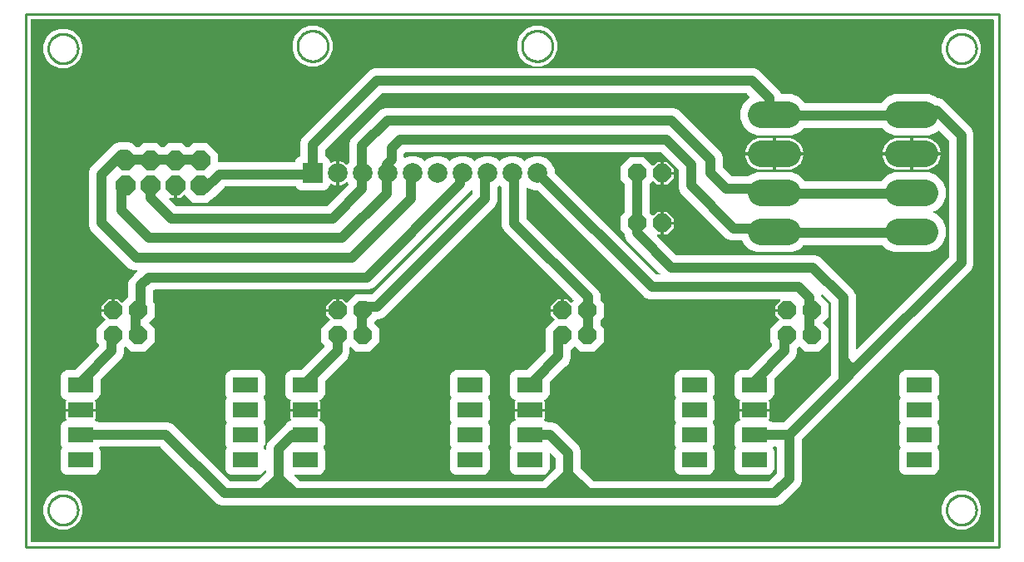
<source format=gbr>
G04 EAGLE Gerber X2 export*
G75*
%MOIN*%
%FSLAX25Y25*%
%LPD*%
%AMOC8*
5,1,8,0,0,1.08239X$1,22.5*%
G01*
%ADD10P,0.077250X8X22.500000*%
%ADD11R,0.100000X0.060000*%
%ADD12P,0.077250X8X202.500000*%
%ADD13R,0.078740X0.078740*%
%ADD14C,0.078740*%
%ADD15C,0.106299*%
%ADD16P,0.085909X8X202.500000*%
%ADD17C,0.039370*%
%ADD18C,0.010000*%

G36*
X387661Y1971D02*
X387661Y1971D01*
X387669Y1970D01*
X387708Y1978D01*
X387748Y1985D01*
X387755Y1989D01*
X387763Y1990D01*
X387798Y2011D01*
X387834Y2030D01*
X387839Y2036D01*
X387846Y2040D01*
X387872Y2071D01*
X387900Y2100D01*
X387904Y2108D01*
X387909Y2114D01*
X387924Y2152D01*
X387941Y2188D01*
X387942Y2196D01*
X387945Y2204D01*
X387952Y2268D01*
X387952Y211432D01*
X387951Y211440D01*
X387952Y211448D01*
X387943Y211488D01*
X387936Y211528D01*
X387933Y211535D01*
X387931Y211543D01*
X387910Y211577D01*
X387891Y211613D01*
X387885Y211619D01*
X387881Y211626D01*
X387850Y211652D01*
X387821Y211680D01*
X387814Y211683D01*
X387807Y211688D01*
X387770Y211704D01*
X387733Y211721D01*
X387725Y211721D01*
X387718Y211724D01*
X387653Y211732D01*
X2268Y211732D01*
X2261Y211730D01*
X2253Y211731D01*
X2213Y211722D01*
X2173Y211716D01*
X2166Y211712D01*
X2158Y211710D01*
X2123Y211690D01*
X2087Y211671D01*
X2082Y211665D01*
X2075Y211661D01*
X2049Y211630D01*
X2021Y211600D01*
X2018Y211593D01*
X2012Y211587D01*
X1997Y211549D01*
X1980Y211513D01*
X1979Y211505D01*
X1976Y211497D01*
X1969Y211432D01*
X1969Y2268D01*
X1971Y2261D01*
X1970Y2253D01*
X1978Y2213D01*
X1985Y2173D01*
X1989Y2166D01*
X1990Y2158D01*
X2011Y2123D01*
X2030Y2087D01*
X2036Y2082D01*
X2040Y2075D01*
X2071Y2049D01*
X2100Y2021D01*
X2108Y2018D01*
X2114Y2012D01*
X2152Y1997D01*
X2188Y1980D01*
X2196Y1979D01*
X2204Y1976D01*
X2268Y1969D01*
X387653Y1969D01*
X387661Y1971D01*
G37*
%LPC*%
G36*
X78657Y16684D02*
X78657Y16684D01*
X76831Y17441D01*
X75391Y18881D01*
X54053Y40219D01*
X54024Y40240D01*
X53996Y40263D01*
X53984Y40268D01*
X53974Y40275D01*
X53940Y40286D01*
X53906Y40299D01*
X53890Y40301D01*
X53882Y40304D01*
X53870Y40303D01*
X53841Y40306D01*
X29674Y40306D01*
X29638Y40301D01*
X29603Y40298D01*
X29591Y40293D01*
X29578Y40291D01*
X29547Y40274D01*
X29514Y40260D01*
X29501Y40250D01*
X29493Y40245D01*
X29484Y40236D01*
X29463Y40219D01*
X29455Y40212D01*
X29451Y40205D01*
X29444Y40200D01*
X29433Y40182D01*
X29426Y40175D01*
X29421Y40165D01*
X29399Y40133D01*
X29397Y40125D01*
X29392Y40119D01*
X29382Y40080D01*
X29370Y40041D01*
X29371Y40033D01*
X29369Y40025D01*
X29372Y39985D01*
X29373Y39944D01*
X29376Y39936D01*
X29376Y39928D01*
X29392Y39891D01*
X29406Y39853D01*
X29411Y39847D01*
X29414Y39839D01*
X29455Y39788D01*
X29544Y39700D01*
X30001Y38597D01*
X30001Y31403D01*
X29544Y30300D01*
X28700Y29456D01*
X27597Y28999D01*
X16403Y28999D01*
X15300Y29456D01*
X14456Y30300D01*
X13999Y31403D01*
X13999Y38597D01*
X14456Y39700D01*
X14545Y39788D01*
X14549Y39795D01*
X14556Y39800D01*
X14578Y39834D01*
X14601Y39867D01*
X14604Y39875D01*
X14608Y39881D01*
X14618Y39921D01*
X14630Y39959D01*
X14629Y39967D01*
X14631Y39975D01*
X14628Y40016D01*
X14627Y40056D01*
X14624Y40064D01*
X14624Y40072D01*
X14608Y40109D01*
X14594Y40147D01*
X14589Y40153D01*
X14586Y40161D01*
X14545Y40212D01*
X14456Y40300D01*
X13999Y41403D01*
X13999Y48597D01*
X14456Y49700D01*
X15300Y50544D01*
X16117Y50882D01*
X16133Y50892D01*
X16150Y50898D01*
X16174Y50917D01*
X16199Y50933D01*
X16211Y50947D01*
X16225Y50959D01*
X16242Y50984D01*
X16261Y51008D01*
X16268Y51025D01*
X16277Y51040D01*
X16285Y51070D01*
X16296Y51098D01*
X16297Y51116D01*
X16301Y51134D01*
X16299Y51164D01*
X16300Y51195D01*
X16295Y51212D01*
X16293Y51231D01*
X16281Y51259D01*
X16273Y51288D01*
X16262Y51303D01*
X16255Y51320D01*
X16221Y51362D01*
X16217Y51367D01*
X16216Y51368D01*
X16214Y51370D01*
X16199Y51386D01*
X16067Y51614D01*
X15999Y51868D01*
X15999Y54401D01*
X21700Y54401D01*
X21708Y54402D01*
X21716Y54401D01*
X21755Y54410D01*
X21795Y54416D01*
X21803Y54420D01*
X21810Y54422D01*
X21845Y54443D01*
X21881Y54462D01*
X21886Y54468D01*
X21893Y54472D01*
X21920Y54503D01*
X21948Y54532D01*
X21951Y54539D01*
X21956Y54545D01*
X21971Y54583D01*
X21988Y54620D01*
X21989Y54628D01*
X21992Y54635D01*
X21999Y54700D01*
X21999Y55300D01*
X21998Y55308D01*
X21999Y55316D01*
X21990Y55355D01*
X21984Y55395D01*
X21980Y55403D01*
X21978Y55410D01*
X21957Y55445D01*
X21938Y55481D01*
X21932Y55486D01*
X21928Y55493D01*
X21897Y55520D01*
X21868Y55548D01*
X21861Y55551D01*
X21855Y55556D01*
X21817Y55571D01*
X21780Y55588D01*
X21772Y55589D01*
X21765Y55592D01*
X21700Y55599D01*
X15999Y55599D01*
X15999Y58132D01*
X16067Y58386D01*
X16199Y58614D01*
X16214Y58630D01*
X16225Y58644D01*
X16238Y58657D01*
X16253Y58683D01*
X16271Y58708D01*
X16276Y58726D01*
X16285Y58741D01*
X16290Y58771D01*
X16299Y58801D01*
X16299Y58819D01*
X16302Y58837D01*
X16297Y58867D01*
X16297Y58897D01*
X16290Y58914D01*
X16288Y58932D01*
X16274Y58960D01*
X16263Y58988D01*
X16252Y59002D01*
X16244Y59019D01*
X16222Y59040D01*
X16203Y59064D01*
X16188Y59074D01*
X16174Y59086D01*
X16127Y59112D01*
X16121Y59116D01*
X16120Y59116D01*
X16117Y59118D01*
X15300Y59456D01*
X14456Y60300D01*
X13999Y61403D01*
X13999Y68597D01*
X14456Y69700D01*
X15300Y70544D01*
X16403Y71001D01*
X19479Y71001D01*
X19515Y71007D01*
X19551Y71009D01*
X19562Y71014D01*
X19575Y71016D01*
X19607Y71033D01*
X19640Y71048D01*
X19652Y71057D01*
X19660Y71062D01*
X19669Y71071D01*
X19691Y71088D01*
X29313Y80711D01*
X29334Y80740D01*
X29358Y80768D01*
X29362Y80779D01*
X29370Y80789D01*
X29380Y80824D01*
X29394Y80858D01*
X29395Y80873D01*
X29398Y80882D01*
X29398Y80894D01*
X29401Y80922D01*
X29401Y81185D01*
X29395Y81221D01*
X29392Y81257D01*
X29387Y81268D01*
X29385Y81280D01*
X29368Y81312D01*
X29354Y81346D01*
X29344Y81358D01*
X29340Y81366D01*
X29331Y81374D01*
X29313Y81397D01*
X28431Y82279D01*
X28431Y87721D01*
X31912Y91203D01*
X31917Y91209D01*
X31923Y91214D01*
X31945Y91248D01*
X31969Y91281D01*
X31971Y91289D01*
X31975Y91296D01*
X31985Y91335D01*
X31997Y91374D01*
X31997Y91382D01*
X31999Y91389D01*
X31996Y91430D01*
X31995Y91470D01*
X31992Y91478D01*
X31991Y91486D01*
X31975Y91523D01*
X31961Y91561D01*
X31956Y91568D01*
X31953Y91575D01*
X31912Y91626D01*
X30431Y93107D01*
X30431Y94401D01*
X34700Y94401D01*
X34708Y94402D01*
X34716Y94401D01*
X34755Y94410D01*
X34795Y94416D01*
X34803Y94420D01*
X34810Y94422D01*
X34845Y94443D01*
X34881Y94462D01*
X34886Y94468D01*
X34893Y94472D01*
X34920Y94503D01*
X34948Y94532D01*
X34951Y94539D01*
X34956Y94545D01*
X34971Y94583D01*
X34988Y94620D01*
X34989Y94628D01*
X34992Y94635D01*
X34999Y94700D01*
X34999Y95001D01*
X35300Y95001D01*
X35308Y95002D01*
X35316Y95001D01*
X35356Y95010D01*
X35395Y95016D01*
X35403Y95020D01*
X35410Y95022D01*
X35445Y95043D01*
X35481Y95062D01*
X35486Y95068D01*
X35493Y95072D01*
X35520Y95103D01*
X35548Y95132D01*
X35551Y95139D01*
X35556Y95145D01*
X35571Y95183D01*
X35588Y95220D01*
X35589Y95228D01*
X35592Y95235D01*
X35599Y95300D01*
X35599Y99569D01*
X36893Y99569D01*
X38374Y98088D01*
X38381Y98083D01*
X38386Y98077D01*
X38420Y98055D01*
X38453Y98031D01*
X38460Y98029D01*
X38467Y98025D01*
X38507Y98015D01*
X38545Y98003D01*
X38553Y98003D01*
X38561Y98001D01*
X38601Y98004D01*
X38642Y98005D01*
X38650Y98008D01*
X38657Y98009D01*
X38695Y98025D01*
X38733Y98039D01*
X38739Y98044D01*
X38746Y98047D01*
X38797Y98088D01*
X41124Y100415D01*
X41145Y100444D01*
X41169Y100471D01*
X41173Y100483D01*
X41181Y100493D01*
X41191Y100528D01*
X41205Y100561D01*
X41206Y100577D01*
X41209Y100586D01*
X41209Y100598D01*
X41212Y100626D01*
X41212Y105988D01*
X41968Y107815D01*
X43408Y109255D01*
X44815Y110662D01*
X44832Y110685D01*
X44851Y110705D01*
X44860Y110724D01*
X44872Y110740D01*
X44880Y110767D01*
X44892Y110793D01*
X44894Y110813D01*
X44900Y110833D01*
X44899Y110861D01*
X44902Y110889D01*
X44898Y110909D01*
X44897Y110929D01*
X44888Y110956D01*
X44882Y110984D01*
X44871Y111001D01*
X44864Y111020D01*
X44846Y111042D01*
X44832Y111067D01*
X44816Y111080D01*
X44804Y111096D01*
X44780Y111111D01*
X44758Y111129D01*
X44739Y111137D01*
X44722Y111148D01*
X44695Y111155D01*
X44668Y111165D01*
X44640Y111168D01*
X44628Y111171D01*
X44619Y111171D01*
X44604Y111172D01*
X43303Y111172D01*
X41476Y111929D01*
X26220Y127185D01*
X25464Y129012D01*
X25464Y150595D01*
X26220Y152421D01*
X35492Y161693D01*
X37319Y162450D01*
X41264Y162450D01*
X42369Y161992D01*
X42394Y161986D01*
X42418Y161976D01*
X42451Y161973D01*
X42463Y161970D01*
X42470Y161971D01*
X42483Y161969D01*
X42887Y161969D01*
X44287Y160569D01*
X44317Y160548D01*
X44344Y160524D01*
X44356Y160520D01*
X44366Y160512D01*
X44400Y160502D01*
X44434Y160488D01*
X44450Y160486D01*
X44458Y160484D01*
X44471Y160484D01*
X44499Y160481D01*
X45501Y160481D01*
X45537Y160487D01*
X45573Y160490D01*
X45584Y160495D01*
X45597Y160497D01*
X45629Y160514D01*
X45662Y160528D01*
X45674Y160538D01*
X45682Y160542D01*
X45691Y160551D01*
X45713Y160569D01*
X47113Y161969D01*
X52887Y161969D01*
X54287Y160569D01*
X54317Y160548D01*
X54344Y160524D01*
X54356Y160520D01*
X54366Y160512D01*
X54400Y160502D01*
X54434Y160488D01*
X54450Y160486D01*
X54458Y160484D01*
X54471Y160484D01*
X54499Y160481D01*
X55501Y160481D01*
X55537Y160487D01*
X55573Y160490D01*
X55584Y160495D01*
X55597Y160497D01*
X55629Y160514D01*
X55662Y160528D01*
X55674Y160538D01*
X55682Y160542D01*
X55691Y160551D01*
X55713Y160569D01*
X57113Y161969D01*
X62887Y161969D01*
X64287Y160569D01*
X64317Y160548D01*
X64344Y160524D01*
X64356Y160520D01*
X64366Y160512D01*
X64400Y160502D01*
X64434Y160488D01*
X64450Y160486D01*
X64458Y160484D01*
X64471Y160484D01*
X64499Y160481D01*
X65501Y160481D01*
X65537Y160487D01*
X65573Y160490D01*
X65584Y160495D01*
X65597Y160497D01*
X65629Y160514D01*
X65662Y160528D01*
X65674Y160538D01*
X65682Y160542D01*
X65691Y160551D01*
X65713Y160569D01*
X67113Y161969D01*
X72887Y161969D01*
X76969Y157887D01*
X76969Y154875D01*
X76970Y154871D01*
X76970Y154870D01*
X76970Y154866D01*
X76970Y154859D01*
X76978Y154819D01*
X76985Y154779D01*
X76989Y154772D01*
X76990Y154764D01*
X77011Y154730D01*
X77030Y154694D01*
X77036Y154688D01*
X77040Y154681D01*
X77071Y154655D01*
X77100Y154627D01*
X77108Y154624D01*
X77114Y154619D01*
X77152Y154604D01*
X77188Y154587D01*
X77196Y154586D01*
X77204Y154583D01*
X77268Y154576D01*
X107880Y154576D01*
X107925Y154583D01*
X107971Y154590D01*
X107973Y154591D01*
X107975Y154591D01*
X108016Y154613D01*
X108057Y154634D01*
X108059Y154635D01*
X108061Y154636D01*
X108092Y154670D01*
X108125Y154703D01*
X108126Y154705D01*
X108127Y154707D01*
X108130Y154713D01*
X108156Y154760D01*
X108519Y155637D01*
X109363Y156481D01*
X109925Y156714D01*
X109964Y156738D01*
X110004Y156762D01*
X110005Y156763D01*
X110007Y156765D01*
X110036Y156800D01*
X110066Y156835D01*
X110067Y156837D01*
X110069Y156839D01*
X110085Y156882D01*
X110102Y156925D01*
X110103Y156928D01*
X110103Y156929D01*
X110104Y156936D01*
X110109Y156990D01*
X110109Y162406D01*
X110866Y164232D01*
X136414Y189781D01*
X136415Y189781D01*
X137854Y191221D01*
X139681Y191977D01*
X292130Y191977D01*
X293957Y191221D01*
X302362Y182815D01*
X302747Y181886D01*
X302771Y181847D01*
X302795Y181807D01*
X302797Y181806D01*
X302798Y181804D01*
X302833Y181775D01*
X302869Y181745D01*
X302871Y181744D01*
X302873Y181742D01*
X302915Y181726D01*
X302959Y181709D01*
X302961Y181708D01*
X302963Y181708D01*
X302969Y181707D01*
X303023Y181702D01*
X306969Y181702D01*
X310025Y180436D01*
X312176Y178285D01*
X312205Y178264D01*
X312233Y178241D01*
X312244Y178236D01*
X312254Y178229D01*
X312289Y178218D01*
X312322Y178205D01*
X312338Y178203D01*
X312347Y178200D01*
X312359Y178201D01*
X312387Y178198D01*
X342613Y178198D01*
X342648Y178203D01*
X342684Y178206D01*
X342696Y178211D01*
X342708Y178213D01*
X342740Y178230D01*
X342773Y178244D01*
X342786Y178254D01*
X342794Y178259D01*
X342802Y178268D01*
X342824Y178285D01*
X344975Y180436D01*
X348031Y181702D01*
X361969Y181702D01*
X365025Y180436D01*
X365207Y180254D01*
X365237Y180233D01*
X365264Y180209D01*
X365276Y180205D01*
X365286Y180197D01*
X365320Y180187D01*
X365354Y180173D01*
X365370Y180171D01*
X365378Y180169D01*
X365391Y180169D01*
X365419Y180166D01*
X365988Y180166D01*
X367815Y179410D01*
X379134Y168090D01*
X379891Y166264D01*
X379891Y113185D01*
X379134Y111358D01*
X330450Y62674D01*
X311081Y43305D01*
X311059Y43276D01*
X311036Y43248D01*
X311031Y43236D01*
X311024Y43226D01*
X311013Y43192D01*
X311000Y43158D01*
X310998Y43142D01*
X310996Y43134D01*
X310996Y43121D01*
X310993Y43093D01*
X310993Y26571D01*
X310236Y24744D01*
X302933Y17441D01*
X301107Y16684D01*
X78657Y16684D01*
G37*
%LPD*%
G36*
X207420Y26629D02*
X207420Y26629D01*
X207456Y26631D01*
X207468Y26636D01*
X207480Y26638D01*
X207512Y26655D01*
X207545Y26670D01*
X207558Y26680D01*
X207566Y26684D01*
X207574Y26693D01*
X207596Y26710D01*
X207778Y26893D01*
X212202Y31316D01*
X212384Y31498D01*
X212405Y31528D01*
X212429Y31555D01*
X212433Y31567D01*
X212441Y31577D01*
X212451Y31611D01*
X212465Y31645D01*
X212466Y31661D01*
X212469Y31669D01*
X212469Y31682D01*
X212472Y31710D01*
X212472Y35652D01*
X212466Y35688D01*
X212463Y35724D01*
X212458Y35736D01*
X212456Y35748D01*
X212439Y35780D01*
X212425Y35813D01*
X212415Y35825D01*
X212411Y35833D01*
X212402Y35842D01*
X212384Y35864D01*
X210512Y37736D01*
X210489Y37753D01*
X210468Y37772D01*
X210450Y37781D01*
X210433Y37793D01*
X210406Y37801D01*
X210380Y37813D01*
X210360Y37815D01*
X210341Y37821D01*
X210312Y37821D01*
X210284Y37824D01*
X210264Y37819D01*
X210244Y37819D01*
X210217Y37809D01*
X210190Y37803D01*
X210172Y37792D01*
X210153Y37785D01*
X210131Y37768D01*
X210107Y37753D01*
X210093Y37738D01*
X210077Y37725D01*
X210062Y37701D01*
X210044Y37680D01*
X210036Y37661D01*
X210025Y37643D01*
X210018Y37616D01*
X210008Y37590D01*
X210005Y37562D01*
X210002Y37550D01*
X210002Y37541D01*
X210001Y37525D01*
X210001Y31403D01*
X209544Y30300D01*
X208700Y29456D01*
X207597Y28999D01*
X196403Y28999D01*
X195300Y29456D01*
X194456Y30300D01*
X193999Y31403D01*
X193999Y38597D01*
X194456Y39700D01*
X194545Y39788D01*
X194549Y39795D01*
X194556Y39800D01*
X194578Y39834D01*
X194601Y39867D01*
X194604Y39875D01*
X194608Y39881D01*
X194618Y39921D01*
X194630Y39959D01*
X194629Y39967D01*
X194631Y39975D01*
X194628Y40016D01*
X194627Y40056D01*
X194624Y40064D01*
X194624Y40072D01*
X194608Y40109D01*
X194594Y40147D01*
X194589Y40153D01*
X194586Y40161D01*
X194545Y40212D01*
X194456Y40300D01*
X193999Y41403D01*
X193999Y48597D01*
X194456Y49700D01*
X195300Y50544D01*
X196117Y50882D01*
X196133Y50892D01*
X196150Y50898D01*
X196174Y50917D01*
X196199Y50933D01*
X196211Y50947D01*
X196225Y50959D01*
X196242Y50984D01*
X196261Y51008D01*
X196268Y51025D01*
X196277Y51040D01*
X196285Y51070D01*
X196296Y51098D01*
X196297Y51116D01*
X196301Y51134D01*
X196299Y51164D01*
X196300Y51195D01*
X196295Y51212D01*
X196293Y51231D01*
X196281Y51259D01*
X196273Y51288D01*
X196262Y51303D01*
X196255Y51320D01*
X196221Y51362D01*
X196217Y51367D01*
X196216Y51368D01*
X196214Y51370D01*
X196199Y51386D01*
X196067Y51614D01*
X195999Y51868D01*
X195999Y54401D01*
X201700Y54401D01*
X201708Y54402D01*
X201716Y54401D01*
X201755Y54410D01*
X201795Y54416D01*
X201803Y54420D01*
X201810Y54422D01*
X201845Y54443D01*
X201881Y54462D01*
X201886Y54468D01*
X201893Y54472D01*
X201920Y54503D01*
X201948Y54532D01*
X201951Y54539D01*
X201956Y54545D01*
X201971Y54583D01*
X201988Y54620D01*
X201989Y54628D01*
X201992Y54635D01*
X201999Y54700D01*
X201999Y55300D01*
X201998Y55308D01*
X201999Y55316D01*
X201990Y55355D01*
X201984Y55395D01*
X201980Y55403D01*
X201978Y55410D01*
X201957Y55445D01*
X201938Y55481D01*
X201932Y55486D01*
X201928Y55493D01*
X201897Y55520D01*
X201868Y55548D01*
X201861Y55551D01*
X201855Y55556D01*
X201817Y55571D01*
X201780Y55588D01*
X201772Y55589D01*
X201765Y55592D01*
X201700Y55599D01*
X195999Y55599D01*
X195999Y58132D01*
X196067Y58386D01*
X196199Y58614D01*
X196214Y58630D01*
X196225Y58644D01*
X196238Y58657D01*
X196253Y58683D01*
X196271Y58708D01*
X196276Y58726D01*
X196285Y58741D01*
X196290Y58771D01*
X196299Y58801D01*
X196299Y58819D01*
X196302Y58837D01*
X196297Y58867D01*
X196297Y58897D01*
X196290Y58914D01*
X196288Y58932D01*
X196274Y58960D01*
X196263Y58988D01*
X196252Y59002D01*
X196244Y59019D01*
X196222Y59040D01*
X196203Y59064D01*
X196188Y59074D01*
X196174Y59086D01*
X196127Y59112D01*
X196121Y59116D01*
X196120Y59116D01*
X196117Y59118D01*
X195300Y59456D01*
X194456Y60300D01*
X193999Y61403D01*
X193999Y68597D01*
X194456Y69700D01*
X195300Y70544D01*
X196403Y71001D01*
X200581Y71001D01*
X200617Y71007D01*
X200653Y71009D01*
X200665Y71014D01*
X200677Y71016D01*
X200709Y71033D01*
X200742Y71048D01*
X200755Y71057D01*
X200762Y71062D01*
X200771Y71071D01*
X200793Y71088D01*
X208447Y78742D01*
X208468Y78772D01*
X208492Y78799D01*
X208496Y78811D01*
X208503Y78821D01*
X208514Y78855D01*
X208528Y78889D01*
X208529Y78905D01*
X208532Y78913D01*
X208532Y78926D01*
X208535Y78954D01*
X208535Y82051D01*
X208529Y82087D01*
X208526Y82123D01*
X208521Y82134D01*
X208519Y82147D01*
X208502Y82178D01*
X208488Y82212D01*
X208478Y82224D01*
X208474Y82232D01*
X208465Y82241D01*
X208447Y82263D01*
X208431Y82279D01*
X208431Y87721D01*
X211912Y91203D01*
X211917Y91209D01*
X211923Y91214D01*
X211945Y91248D01*
X211969Y91281D01*
X211971Y91289D01*
X211975Y91296D01*
X211985Y91335D01*
X211997Y91374D01*
X211997Y91382D01*
X211999Y91389D01*
X211996Y91430D01*
X211995Y91470D01*
X211992Y91478D01*
X211991Y91486D01*
X211975Y91523D01*
X211961Y91561D01*
X211956Y91568D01*
X211953Y91575D01*
X211912Y91626D01*
X210431Y93107D01*
X210431Y94401D01*
X214700Y94401D01*
X214708Y94402D01*
X214716Y94401D01*
X214755Y94410D01*
X214795Y94416D01*
X214803Y94420D01*
X214810Y94422D01*
X214845Y94443D01*
X214881Y94462D01*
X214886Y94468D01*
X214893Y94472D01*
X214920Y94503D01*
X214948Y94532D01*
X214951Y94539D01*
X214956Y94545D01*
X214971Y94583D01*
X214988Y94620D01*
X214989Y94628D01*
X214992Y94635D01*
X214999Y94700D01*
X214999Y95001D01*
X215300Y95001D01*
X215308Y95002D01*
X215316Y95001D01*
X215356Y95010D01*
X215395Y95016D01*
X215403Y95020D01*
X215410Y95022D01*
X215445Y95043D01*
X215481Y95062D01*
X215486Y95068D01*
X215493Y95072D01*
X215520Y95103D01*
X215548Y95132D01*
X215551Y95139D01*
X215556Y95145D01*
X215571Y95183D01*
X215588Y95220D01*
X215589Y95228D01*
X215592Y95235D01*
X215599Y95300D01*
X215599Y99569D01*
X216893Y99569D01*
X218374Y98088D01*
X218381Y98083D01*
X218386Y98077D01*
X218420Y98055D01*
X218453Y98031D01*
X218460Y98029D01*
X218467Y98025D01*
X218507Y98015D01*
X218545Y98003D01*
X218553Y98003D01*
X218561Y98001D01*
X218601Y98004D01*
X218642Y98005D01*
X218650Y98008D01*
X218657Y98009D01*
X218695Y98025D01*
X218733Y98039D01*
X218739Y98044D01*
X218746Y98047D01*
X218797Y98088D01*
X219484Y98774D01*
X219488Y98781D01*
X219495Y98786D01*
X219517Y98820D01*
X219540Y98853D01*
X219543Y98860D01*
X219547Y98867D01*
X219557Y98906D01*
X219569Y98945D01*
X219568Y98953D01*
X219570Y98961D01*
X219567Y99001D01*
X219566Y99042D01*
X219563Y99049D01*
X219563Y99057D01*
X219547Y99095D01*
X219533Y99133D01*
X219528Y99139D01*
X219525Y99146D01*
X219484Y99197D01*
X191575Y127106D01*
X190818Y128933D01*
X190818Y144246D01*
X190812Y144282D01*
X190809Y144318D01*
X190805Y144330D01*
X190803Y144342D01*
X190786Y144374D01*
X190771Y144407D01*
X190761Y144420D01*
X190757Y144427D01*
X190748Y144436D01*
X190730Y144458D01*
X190212Y144977D01*
X190205Y144982D01*
X190200Y144988D01*
X190166Y145010D01*
X190133Y145033D01*
X190125Y145036D01*
X190119Y145040D01*
X190079Y145050D01*
X190041Y145062D01*
X190033Y145062D01*
X190025Y145064D01*
X189984Y145060D01*
X189944Y145059D01*
X189936Y145057D01*
X189928Y145056D01*
X189891Y145040D01*
X189853Y145026D01*
X189847Y145021D01*
X189839Y145018D01*
X189788Y144977D01*
X189033Y144222D01*
X189012Y144192D01*
X188989Y144165D01*
X188984Y144153D01*
X188977Y144143D01*
X188966Y144109D01*
X188953Y144075D01*
X188951Y144059D01*
X188948Y144051D01*
X188949Y144038D01*
X188946Y144010D01*
X188946Y138775D01*
X188189Y136949D01*
X143484Y92244D01*
X141658Y91487D01*
X140902Y91487D01*
X140866Y91482D01*
X140830Y91479D01*
X140819Y91474D01*
X140806Y91472D01*
X140774Y91455D01*
X140741Y91441D01*
X140729Y91431D01*
X140721Y91427D01*
X140712Y91417D01*
X140690Y91400D01*
X139821Y90530D01*
X139800Y90501D01*
X139776Y90473D01*
X139771Y90462D01*
X139764Y90452D01*
X139754Y90417D01*
X139740Y90384D01*
X139738Y90368D01*
X139736Y90359D01*
X139736Y90347D01*
X139733Y90319D01*
X139733Y89681D01*
X139739Y89646D01*
X139742Y89610D01*
X139747Y89598D01*
X139749Y89586D01*
X139766Y89554D01*
X139780Y89521D01*
X139790Y89508D01*
X139794Y89500D01*
X139803Y89492D01*
X139821Y89470D01*
X141569Y87721D01*
X141569Y82279D01*
X137721Y78431D01*
X132279Y78431D01*
X130401Y80308D01*
X130378Y80325D01*
X130358Y80344D01*
X130339Y80353D01*
X130323Y80365D01*
X130296Y80373D01*
X130270Y80385D01*
X130250Y80387D01*
X130230Y80393D01*
X130202Y80392D01*
X130174Y80396D01*
X130154Y80391D01*
X130134Y80391D01*
X130107Y80381D01*
X130079Y80375D01*
X130062Y80364D01*
X130043Y80357D01*
X130021Y80340D01*
X129996Y80325D01*
X129983Y80310D01*
X129967Y80297D01*
X129952Y80273D01*
X129934Y80251D01*
X129926Y80233D01*
X129915Y80215D01*
X129908Y80188D01*
X129898Y80162D01*
X129895Y80133D01*
X129892Y80121D01*
X129892Y80113D01*
X129891Y80097D01*
X129891Y77752D01*
X129134Y75925D01*
X120088Y66880D01*
X120067Y66850D01*
X120044Y66823D01*
X120039Y66811D01*
X120032Y66801D01*
X120021Y66767D01*
X120008Y66733D01*
X120006Y66717D01*
X120003Y66709D01*
X120004Y66696D01*
X120001Y66668D01*
X120001Y61403D01*
X119544Y60300D01*
X118700Y59456D01*
X117883Y59118D01*
X117867Y59108D01*
X117850Y59102D01*
X117826Y59083D01*
X117801Y59067D01*
X117789Y59053D01*
X117775Y59041D01*
X117758Y59016D01*
X117739Y58992D01*
X117732Y58975D01*
X117722Y58960D01*
X117715Y58930D01*
X117704Y58902D01*
X117703Y58884D01*
X117699Y58866D01*
X117701Y58835D01*
X117700Y58805D01*
X117705Y58788D01*
X117707Y58769D01*
X117719Y58741D01*
X117727Y58712D01*
X117738Y58697D01*
X117745Y58680D01*
X117779Y58638D01*
X117783Y58633D01*
X117784Y58632D01*
X117786Y58630D01*
X117801Y58614D01*
X117933Y58386D01*
X118001Y58132D01*
X118001Y55599D01*
X112300Y55599D01*
X112292Y55598D01*
X112284Y55599D01*
X112245Y55590D01*
X112205Y55584D01*
X112197Y55580D01*
X112190Y55578D01*
X112155Y55557D01*
X112119Y55538D01*
X112114Y55532D01*
X112107Y55528D01*
X112080Y55497D01*
X112052Y55468D01*
X112049Y55461D01*
X112044Y55455D01*
X112029Y55417D01*
X112012Y55380D01*
X112011Y55372D01*
X112008Y55365D01*
X112001Y55300D01*
X112001Y54700D01*
X112002Y54692D01*
X112001Y54684D01*
X112010Y54644D01*
X112016Y54605D01*
X112020Y54597D01*
X112022Y54590D01*
X112043Y54555D01*
X112062Y54519D01*
X112068Y54513D01*
X112072Y54507D01*
X112103Y54480D01*
X112132Y54452D01*
X112139Y54449D01*
X112145Y54444D01*
X112183Y54429D01*
X112220Y54412D01*
X112228Y54411D01*
X112235Y54408D01*
X112300Y54401D01*
X118001Y54401D01*
X118001Y51868D01*
X117933Y51614D01*
X117801Y51386D01*
X117786Y51370D01*
X117775Y51356D01*
X117762Y51343D01*
X117747Y51317D01*
X117729Y51292D01*
X117724Y51274D01*
X117715Y51258D01*
X117710Y51229D01*
X117701Y51199D01*
X117701Y51181D01*
X117698Y51163D01*
X117703Y51133D01*
X117703Y51103D01*
X117710Y51086D01*
X117712Y51068D01*
X117726Y51040D01*
X117737Y51012D01*
X117748Y50998D01*
X117756Y50981D01*
X117778Y50960D01*
X117797Y50936D01*
X117812Y50926D01*
X117826Y50914D01*
X117873Y50888D01*
X117879Y50884D01*
X117880Y50884D01*
X117883Y50882D01*
X118700Y50544D01*
X119544Y49700D01*
X120001Y48597D01*
X120001Y41403D01*
X119544Y40300D01*
X119455Y40212D01*
X119451Y40205D01*
X119444Y40200D01*
X119423Y40166D01*
X119399Y40133D01*
X119396Y40125D01*
X119392Y40119D01*
X119382Y40079D01*
X119370Y40041D01*
X119371Y40033D01*
X119369Y40025D01*
X119372Y39984D01*
X119373Y39944D01*
X119376Y39936D01*
X119376Y39928D01*
X119392Y39891D01*
X119406Y39853D01*
X119411Y39847D01*
X119414Y39839D01*
X119455Y39788D01*
X119544Y39700D01*
X120001Y38597D01*
X120001Y31403D01*
X119544Y30300D01*
X118700Y29456D01*
X117597Y28999D01*
X108003Y28999D01*
X107975Y28995D01*
X107947Y28994D01*
X107927Y28987D01*
X107907Y28984D01*
X107882Y28970D01*
X107856Y28961D01*
X107840Y28948D01*
X107822Y28938D01*
X107802Y28918D01*
X107780Y28900D01*
X107769Y28883D01*
X107755Y28868D01*
X107743Y28842D01*
X107728Y28819D01*
X107723Y28799D01*
X107714Y28780D01*
X107711Y28752D01*
X107705Y28725D01*
X107706Y28704D01*
X107704Y28684D01*
X107710Y28656D01*
X107712Y28628D01*
X107720Y28610D01*
X107725Y28590D01*
X107739Y28565D01*
X107750Y28539D01*
X107768Y28517D01*
X107774Y28507D01*
X107781Y28501D01*
X107791Y28488D01*
X109569Y26710D01*
X109598Y26689D01*
X109626Y26666D01*
X109638Y26661D01*
X109648Y26654D01*
X109682Y26643D01*
X109716Y26630D01*
X109732Y26628D01*
X109740Y26626D01*
X109753Y26626D01*
X109781Y26623D01*
X207385Y26623D01*
X207420Y26629D01*
G37*
G36*
X297971Y26629D02*
X297971Y26629D01*
X298008Y26631D01*
X298019Y26636D01*
X298031Y26638D01*
X298063Y26655D01*
X298096Y26670D01*
X298109Y26680D01*
X298117Y26684D01*
X298125Y26693D01*
X298147Y26710D01*
X300967Y29530D01*
X300988Y29559D01*
X301011Y29587D01*
X301016Y29598D01*
X301023Y29608D01*
X301034Y29643D01*
X301047Y29676D01*
X301049Y29692D01*
X301052Y29701D01*
X301051Y29713D01*
X301054Y29741D01*
X301054Y40007D01*
X301053Y40015D01*
X301054Y40023D01*
X301045Y40063D01*
X301039Y40103D01*
X301035Y40110D01*
X301033Y40117D01*
X301012Y40152D01*
X300993Y40188D01*
X300988Y40194D01*
X300983Y40200D01*
X300953Y40227D01*
X300923Y40255D01*
X300916Y40258D01*
X300910Y40263D01*
X300872Y40278D01*
X300835Y40295D01*
X300827Y40296D01*
X300820Y40299D01*
X300755Y40306D01*
X299674Y40306D01*
X299638Y40300D01*
X299602Y40298D01*
X299591Y40293D01*
X299578Y40291D01*
X299547Y40274D01*
X299513Y40260D01*
X299501Y40250D01*
X299493Y40245D01*
X299484Y40236D01*
X299462Y40219D01*
X299455Y40212D01*
X299451Y40205D01*
X299444Y40200D01*
X299433Y40182D01*
X299426Y40175D01*
X299421Y40165D01*
X299399Y40133D01*
X299396Y40125D01*
X299392Y40119D01*
X299382Y40079D01*
X299370Y40041D01*
X299371Y40033D01*
X299369Y40025D01*
X299372Y39984D01*
X299373Y39944D01*
X299376Y39936D01*
X299376Y39928D01*
X299392Y39891D01*
X299406Y39853D01*
X299411Y39847D01*
X299414Y39839D01*
X299455Y39788D01*
X299544Y39700D01*
X300001Y38597D01*
X300001Y31403D01*
X299544Y30300D01*
X298700Y29456D01*
X297597Y28999D01*
X286403Y28999D01*
X285300Y29456D01*
X284456Y30300D01*
X283999Y31403D01*
X283999Y38597D01*
X284456Y39700D01*
X284545Y39788D01*
X284549Y39795D01*
X284556Y39800D01*
X284578Y39834D01*
X284601Y39867D01*
X284604Y39875D01*
X284608Y39881D01*
X284618Y39921D01*
X284630Y39959D01*
X284629Y39967D01*
X284631Y39975D01*
X284628Y40016D01*
X284627Y40056D01*
X284624Y40064D01*
X284624Y40072D01*
X284608Y40109D01*
X284594Y40147D01*
X284589Y40153D01*
X284586Y40161D01*
X284545Y40212D01*
X284456Y40300D01*
X283999Y41403D01*
X283999Y48597D01*
X284456Y49700D01*
X285300Y50544D01*
X286117Y50882D01*
X286133Y50892D01*
X286150Y50898D01*
X286174Y50917D01*
X286199Y50933D01*
X286211Y50947D01*
X286225Y50959D01*
X286242Y50984D01*
X286261Y51008D01*
X286268Y51025D01*
X286277Y51040D01*
X286285Y51070D01*
X286296Y51098D01*
X286297Y51116D01*
X286301Y51134D01*
X286299Y51164D01*
X286300Y51195D01*
X286295Y51212D01*
X286293Y51231D01*
X286281Y51259D01*
X286273Y51288D01*
X286262Y51303D01*
X286255Y51320D01*
X286221Y51362D01*
X286217Y51367D01*
X286216Y51368D01*
X286214Y51370D01*
X286199Y51386D01*
X286067Y51614D01*
X285999Y51868D01*
X285999Y54401D01*
X291700Y54401D01*
X291708Y54402D01*
X291716Y54401D01*
X291755Y54410D01*
X291795Y54416D01*
X291803Y54420D01*
X291810Y54422D01*
X291845Y54443D01*
X291881Y54462D01*
X291886Y54468D01*
X291893Y54472D01*
X291920Y54503D01*
X291948Y54532D01*
X291951Y54539D01*
X291956Y54545D01*
X291971Y54583D01*
X291988Y54620D01*
X291989Y54628D01*
X291992Y54635D01*
X291999Y54700D01*
X291999Y55300D01*
X291998Y55308D01*
X291999Y55316D01*
X291990Y55355D01*
X291984Y55395D01*
X291980Y55403D01*
X291978Y55410D01*
X291957Y55445D01*
X291938Y55481D01*
X291932Y55486D01*
X291928Y55493D01*
X291897Y55520D01*
X291868Y55548D01*
X291861Y55551D01*
X291855Y55556D01*
X291817Y55571D01*
X291780Y55588D01*
X291772Y55589D01*
X291765Y55592D01*
X291700Y55599D01*
X285999Y55599D01*
X285999Y58132D01*
X286067Y58386D01*
X286199Y58614D01*
X286214Y58630D01*
X286225Y58644D01*
X286238Y58657D01*
X286253Y58683D01*
X286271Y58708D01*
X286276Y58726D01*
X286285Y58741D01*
X286290Y58771D01*
X286299Y58801D01*
X286299Y58819D01*
X286302Y58837D01*
X286297Y58867D01*
X286297Y58897D01*
X286290Y58914D01*
X286288Y58932D01*
X286274Y58960D01*
X286263Y58988D01*
X286252Y59002D01*
X286244Y59019D01*
X286222Y59040D01*
X286203Y59064D01*
X286188Y59074D01*
X286174Y59086D01*
X286127Y59112D01*
X286121Y59116D01*
X286120Y59116D01*
X286117Y59118D01*
X285300Y59456D01*
X284456Y60300D01*
X283999Y61403D01*
X283999Y68597D01*
X284456Y69700D01*
X285300Y70544D01*
X286403Y71001D01*
X289164Y71001D01*
X289200Y71007D01*
X289236Y71009D01*
X289247Y71014D01*
X289260Y71016D01*
X289292Y71033D01*
X289325Y71048D01*
X289337Y71057D01*
X289345Y71062D01*
X289354Y71071D01*
X289376Y71088D01*
X298998Y80711D01*
X299019Y80740D01*
X299043Y80768D01*
X299047Y80779D01*
X299055Y80789D01*
X299065Y80824D01*
X299079Y80858D01*
X299080Y80873D01*
X299083Y80882D01*
X299083Y80894D01*
X299086Y80922D01*
X299086Y81500D01*
X299080Y81536D01*
X299077Y81572D01*
X299072Y81583D01*
X299070Y81595D01*
X299053Y81627D01*
X299039Y81661D01*
X299029Y81673D01*
X299025Y81681D01*
X299016Y81689D01*
X298998Y81711D01*
X298431Y82279D01*
X298431Y87721D01*
X301912Y91203D01*
X301917Y91209D01*
X301923Y91214D01*
X301945Y91248D01*
X301969Y91281D01*
X301971Y91289D01*
X301975Y91296D01*
X301985Y91335D01*
X301997Y91374D01*
X301997Y91382D01*
X301999Y91389D01*
X301996Y91430D01*
X301995Y91470D01*
X301992Y91478D01*
X301991Y91486D01*
X301975Y91523D01*
X301961Y91561D01*
X301956Y91568D01*
X301953Y91575D01*
X301912Y91626D01*
X300431Y93107D01*
X300431Y94401D01*
X304700Y94401D01*
X304708Y94402D01*
X304716Y94401D01*
X304755Y94410D01*
X304795Y94416D01*
X304803Y94420D01*
X304810Y94422D01*
X304845Y94443D01*
X304881Y94462D01*
X304886Y94468D01*
X304893Y94472D01*
X304920Y94503D01*
X304948Y94532D01*
X304951Y94539D01*
X304956Y94545D01*
X304971Y94583D01*
X304988Y94620D01*
X304989Y94628D01*
X304992Y94635D01*
X304999Y94700D01*
X304999Y95300D01*
X304998Y95308D01*
X304999Y95316D01*
X304990Y95355D01*
X304984Y95395D01*
X304980Y95403D01*
X304978Y95410D01*
X304957Y95445D01*
X304938Y95481D01*
X304932Y95486D01*
X304928Y95493D01*
X304897Y95520D01*
X304868Y95548D01*
X304861Y95551D01*
X304855Y95556D01*
X304817Y95571D01*
X304780Y95588D01*
X304772Y95589D01*
X304765Y95592D01*
X304700Y95599D01*
X300431Y95599D01*
X300431Y96893D01*
X302389Y98851D01*
X302405Y98874D01*
X302425Y98894D01*
X302433Y98913D01*
X302445Y98929D01*
X302454Y98956D01*
X302465Y98982D01*
X302468Y99002D01*
X302474Y99022D01*
X302473Y99050D01*
X302476Y99078D01*
X302472Y99098D01*
X302471Y99118D01*
X302461Y99145D01*
X302455Y99173D01*
X302445Y99190D01*
X302438Y99209D01*
X302420Y99231D01*
X302405Y99256D01*
X302390Y99269D01*
X302377Y99285D01*
X302353Y99300D01*
X302332Y99318D01*
X302313Y99326D01*
X302296Y99337D01*
X302268Y99344D01*
X302242Y99354D01*
X302214Y99357D01*
X302202Y99360D01*
X302193Y99360D01*
X302177Y99361D01*
X249917Y99361D01*
X248091Y100118D01*
X205234Y142975D01*
X205205Y142996D01*
X205177Y143019D01*
X205166Y143024D01*
X205155Y143031D01*
X205121Y143042D01*
X205087Y143055D01*
X205071Y143057D01*
X205063Y143059D01*
X205051Y143059D01*
X205022Y143062D01*
X203620Y143062D01*
X201170Y144077D01*
X201153Y144081D01*
X201136Y144089D01*
X201106Y144092D01*
X201076Y144099D01*
X201058Y144097D01*
X201040Y144099D01*
X201010Y144093D01*
X200980Y144090D01*
X200963Y144082D01*
X200945Y144079D01*
X200919Y144063D01*
X200891Y144050D01*
X200878Y144038D01*
X200862Y144029D01*
X200843Y144006D01*
X200820Y143985D01*
X200812Y143969D01*
X200800Y143955D01*
X200788Y143927D01*
X200774Y143900D01*
X200771Y143882D01*
X200764Y143865D01*
X200758Y143812D01*
X200757Y143805D01*
X200757Y143803D01*
X200757Y143800D01*
X200757Y132104D01*
X200762Y132068D01*
X200765Y132032D01*
X200770Y132020D01*
X200772Y132008D01*
X200789Y131976D01*
X200803Y131943D01*
X200813Y131930D01*
X200818Y131923D01*
X200827Y131914D01*
X200844Y131892D01*
X229528Y103209D01*
X230284Y101382D01*
X230284Y99130D01*
X230290Y99094D01*
X230293Y99058D01*
X230298Y99047D01*
X230300Y99035D01*
X230317Y99003D01*
X230331Y98969D01*
X230341Y98957D01*
X230345Y98949D01*
X230354Y98940D01*
X230372Y98918D01*
X231569Y97721D01*
X231569Y92279D01*
X230372Y91082D01*
X230351Y91052D01*
X230327Y91025D01*
X230323Y91013D01*
X230315Y91003D01*
X230305Y90968D01*
X230291Y90935D01*
X230290Y90919D01*
X230287Y90910D01*
X230287Y90898D01*
X230284Y90870D01*
X230284Y89130D01*
X230290Y89094D01*
X230293Y89058D01*
X230298Y89047D01*
X230300Y89035D01*
X230317Y89003D01*
X230331Y88969D01*
X230341Y88957D01*
X230345Y88949D01*
X230354Y88940D01*
X230372Y88918D01*
X231569Y87721D01*
X231569Y82279D01*
X227721Y78431D01*
X222279Y78431D01*
X220212Y80498D01*
X220205Y80503D01*
X220200Y80509D01*
X220166Y80531D01*
X220133Y80555D01*
X220125Y80557D01*
X220119Y80561D01*
X220079Y80571D01*
X220041Y80583D01*
X220033Y80583D01*
X220025Y80585D01*
X219984Y80581D01*
X219944Y80580D01*
X219936Y80578D01*
X219928Y80577D01*
X219891Y80561D01*
X219853Y80547D01*
X219847Y80542D01*
X219839Y80539D01*
X219788Y80498D01*
X218561Y79271D01*
X218540Y79241D01*
X218516Y79214D01*
X218512Y79202D01*
X218504Y79192D01*
X218494Y79157D01*
X218480Y79124D01*
X218479Y79108D01*
X218476Y79099D01*
X218476Y79087D01*
X218473Y79059D01*
X218473Y75783D01*
X217717Y73957D01*
X216277Y72517D01*
X210088Y66329D01*
X210067Y66299D01*
X210044Y66272D01*
X210039Y66260D01*
X210032Y66250D01*
X210021Y66215D01*
X210008Y66182D01*
X210006Y66166D01*
X210003Y66157D01*
X210004Y66145D01*
X210001Y66117D01*
X210001Y61403D01*
X209544Y60300D01*
X208700Y59456D01*
X207883Y59118D01*
X207867Y59108D01*
X207850Y59102D01*
X207826Y59083D01*
X207801Y59067D01*
X207789Y59053D01*
X207775Y59041D01*
X207758Y59016D01*
X207739Y58992D01*
X207732Y58975D01*
X207722Y58960D01*
X207715Y58930D01*
X207704Y58902D01*
X207703Y58884D01*
X207699Y58866D01*
X207701Y58835D01*
X207700Y58805D01*
X207705Y58788D01*
X207707Y58769D01*
X207719Y58741D01*
X207727Y58712D01*
X207738Y58697D01*
X207745Y58680D01*
X207779Y58638D01*
X207783Y58633D01*
X207784Y58632D01*
X207786Y58630D01*
X207801Y58614D01*
X207933Y58386D01*
X208001Y58132D01*
X208001Y55599D01*
X202300Y55599D01*
X202292Y55598D01*
X202284Y55599D01*
X202245Y55590D01*
X202205Y55584D01*
X202197Y55580D01*
X202190Y55578D01*
X202155Y55557D01*
X202119Y55538D01*
X202114Y55532D01*
X202107Y55528D01*
X202080Y55497D01*
X202052Y55468D01*
X202049Y55461D01*
X202044Y55455D01*
X202029Y55417D01*
X202012Y55380D01*
X202011Y55372D01*
X202008Y55365D01*
X202001Y55300D01*
X202001Y54700D01*
X202002Y54692D01*
X202001Y54684D01*
X202010Y54644D01*
X202016Y54605D01*
X202020Y54597D01*
X202022Y54590D01*
X202043Y54555D01*
X202062Y54519D01*
X202068Y54513D01*
X202072Y54507D01*
X202103Y54480D01*
X202132Y54452D01*
X202139Y54449D01*
X202145Y54444D01*
X202183Y54429D01*
X202220Y54412D01*
X202228Y54411D01*
X202235Y54408D01*
X202300Y54401D01*
X208001Y54401D01*
X208001Y51868D01*
X207933Y51614D01*
X207801Y51386D01*
X207786Y51370D01*
X207775Y51356D01*
X207762Y51343D01*
X207747Y51317D01*
X207729Y51292D01*
X207724Y51274D01*
X207715Y51258D01*
X207710Y51229D01*
X207701Y51199D01*
X207701Y51181D01*
X207698Y51163D01*
X207703Y51133D01*
X207703Y51103D01*
X207710Y51086D01*
X207712Y51068D01*
X207726Y51040D01*
X207737Y51012D01*
X207748Y50998D01*
X207756Y50981D01*
X207778Y50960D01*
X207797Y50936D01*
X207812Y50926D01*
X207826Y50914D01*
X207873Y50888D01*
X207879Y50884D01*
X207880Y50884D01*
X207883Y50882D01*
X208700Y50544D01*
X208911Y50332D01*
X208941Y50311D01*
X208968Y50288D01*
X208980Y50283D01*
X208990Y50276D01*
X209024Y50265D01*
X209058Y50252D01*
X209074Y50250D01*
X209082Y50248D01*
X209095Y50248D01*
X209123Y50245D01*
X210988Y50245D01*
X212815Y49488D01*
X221654Y40650D01*
X222410Y38823D01*
X222410Y31710D01*
X222416Y31674D01*
X222419Y31638D01*
X222424Y31627D01*
X222426Y31614D01*
X222443Y31582D01*
X222457Y31549D01*
X222467Y31537D01*
X222471Y31529D01*
X222480Y31520D01*
X222498Y31498D01*
X227286Y26710D01*
X227315Y26689D01*
X227343Y26666D01*
X227354Y26661D01*
X227364Y26654D01*
X227399Y26643D01*
X227432Y26630D01*
X227448Y26628D01*
X227457Y26626D01*
X227469Y26626D01*
X227497Y26623D01*
X297936Y26623D01*
X297971Y26629D01*
G37*
G36*
X332989Y79356D02*
X332989Y79356D01*
X333017Y79358D01*
X333036Y79366D01*
X333056Y79370D01*
X333080Y79385D01*
X333106Y79396D01*
X333128Y79414D01*
X333139Y79420D01*
X333145Y79427D01*
X333157Y79437D01*
X369864Y116144D01*
X369885Y116173D01*
X369909Y116201D01*
X369914Y116212D01*
X369921Y116222D01*
X369931Y116257D01*
X369945Y116291D01*
X369947Y116306D01*
X369949Y116315D01*
X369949Y116327D01*
X369952Y116356D01*
X369952Y163093D01*
X369946Y163129D01*
X369943Y163165D01*
X369938Y163176D01*
X369936Y163189D01*
X369919Y163221D01*
X369905Y163254D01*
X369895Y163266D01*
X369891Y163274D01*
X369882Y163283D01*
X369864Y163305D01*
X366141Y167028D01*
X366134Y167033D01*
X366129Y167039D01*
X366095Y167061D01*
X366062Y167085D01*
X366055Y167087D01*
X366048Y167092D01*
X366009Y167101D01*
X365970Y167113D01*
X365962Y167113D01*
X365954Y167115D01*
X365914Y167112D01*
X365873Y167111D01*
X365866Y167108D01*
X365858Y167107D01*
X365820Y167091D01*
X365782Y167077D01*
X365776Y167072D01*
X365769Y167069D01*
X365718Y167028D01*
X365025Y166336D01*
X361969Y165070D01*
X348031Y165070D01*
X344975Y166336D01*
X343139Y168171D01*
X343110Y168193D01*
X343082Y168216D01*
X343071Y168221D01*
X343061Y168228D01*
X343026Y168238D01*
X342993Y168252D01*
X342977Y168254D01*
X342968Y168256D01*
X342956Y168256D01*
X342928Y168259D01*
X312072Y168259D01*
X312037Y168253D01*
X312001Y168250D01*
X311989Y168245D01*
X311977Y168243D01*
X311945Y168227D01*
X311912Y168212D01*
X311899Y168202D01*
X311891Y168198D01*
X311883Y168189D01*
X311861Y168171D01*
X310025Y166336D01*
X306969Y165070D01*
X293031Y165070D01*
X289975Y166336D01*
X287635Y168675D01*
X286369Y171732D01*
X286369Y175040D01*
X287635Y178096D01*
X289975Y180436D01*
X290064Y180473D01*
X290080Y180482D01*
X290097Y180488D01*
X290121Y180508D01*
X290146Y180524D01*
X290158Y180538D01*
X290172Y180549D01*
X290189Y180575D01*
X290208Y180598D01*
X290215Y180615D01*
X290224Y180631D01*
X290232Y180660D01*
X290243Y180689D01*
X290244Y180707D01*
X290248Y180724D01*
X290245Y180755D01*
X290247Y180785D01*
X290242Y180803D01*
X290240Y180821D01*
X290228Y180849D01*
X290220Y180878D01*
X290209Y180893D01*
X290202Y180910D01*
X290168Y180952D01*
X290164Y180958D01*
X290163Y180959D01*
X290161Y180961D01*
X289171Y181951D01*
X289142Y181972D01*
X289114Y181996D01*
X289103Y182000D01*
X289092Y182007D01*
X289058Y182018D01*
X289024Y182032D01*
X289008Y182033D01*
X289000Y182036D01*
X288988Y182036D01*
X288959Y182039D01*
X142852Y182039D01*
X142816Y182033D01*
X142780Y182030D01*
X142768Y182025D01*
X142756Y182023D01*
X142724Y182006D01*
X142691Y181992D01*
X142678Y181982D01*
X142671Y181978D01*
X142662Y181969D01*
X142640Y181951D01*
X120136Y159447D01*
X120115Y159417D01*
X120091Y159390D01*
X120086Y159378D01*
X120079Y159368D01*
X120069Y159334D01*
X120055Y159300D01*
X120053Y159284D01*
X120051Y159276D01*
X120051Y159263D01*
X120048Y159235D01*
X120048Y156925D01*
X120055Y156880D01*
X120062Y156833D01*
X120063Y156831D01*
X120064Y156829D01*
X120085Y156788D01*
X120106Y156747D01*
X120108Y156746D01*
X120109Y156744D01*
X120143Y156712D01*
X120175Y156680D01*
X120178Y156678D01*
X120179Y156677D01*
X120185Y156674D01*
X120233Y156648D01*
X120637Y156481D01*
X121481Y155637D01*
X121938Y154534D01*
X121938Y154466D01*
X121939Y154461D01*
X121938Y154456D01*
X121946Y154413D01*
X121953Y154370D01*
X121956Y154366D01*
X121957Y154361D01*
X121978Y154323D01*
X121999Y154285D01*
X122002Y154281D01*
X122005Y154277D01*
X122037Y154248D01*
X122069Y154218D01*
X122073Y154216D01*
X122077Y154213D01*
X122117Y154196D01*
X122157Y154178D01*
X122162Y154177D01*
X122166Y154175D01*
X122210Y154172D01*
X122253Y154167D01*
X122258Y154168D01*
X122262Y154168D01*
X122305Y154178D01*
X122347Y154188D01*
X122352Y154190D01*
X122356Y154191D01*
X122410Y154222D01*
X123104Y154576D01*
X123844Y154816D01*
X124401Y154904D01*
X124401Y150300D01*
X124402Y150292D01*
X124401Y150284D01*
X124410Y150245D01*
X124416Y150205D01*
X124420Y150197D01*
X124422Y150190D01*
X124443Y150155D01*
X124462Y150119D01*
X124468Y150114D01*
X124472Y150107D01*
X124503Y150080D01*
X124532Y150052D01*
X124539Y150049D01*
X124545Y150044D01*
X124583Y150029D01*
X124620Y150012D01*
X124628Y150011D01*
X124635Y150008D01*
X124700Y150001D01*
X125300Y150001D01*
X125308Y150002D01*
X125316Y150001D01*
X125356Y150010D01*
X125395Y150016D01*
X125403Y150020D01*
X125410Y150022D01*
X125445Y150043D01*
X125481Y150062D01*
X125486Y150068D01*
X125493Y150072D01*
X125520Y150103D01*
X125548Y150132D01*
X125551Y150139D01*
X125556Y150145D01*
X125571Y150183D01*
X125588Y150220D01*
X125589Y150228D01*
X125592Y150235D01*
X125599Y150300D01*
X125599Y154904D01*
X126156Y154816D01*
X126895Y154576D01*
X127588Y154223D01*
X128217Y153766D01*
X128490Y153493D01*
X128505Y153483D01*
X128517Y153469D01*
X128544Y153455D01*
X128568Y153437D01*
X128586Y153431D01*
X128602Y153423D01*
X128632Y153417D01*
X128661Y153408D01*
X128679Y153409D01*
X128697Y153406D01*
X128727Y153410D01*
X128758Y153411D01*
X128775Y153417D01*
X128793Y153420D01*
X128820Y153434D01*
X128848Y153444D01*
X128863Y153456D01*
X128879Y153464D01*
X128900Y153486D01*
X128924Y153505D01*
X128934Y153520D01*
X128946Y153533D01*
X128973Y153581D01*
X128976Y153586D01*
X128977Y153588D01*
X128978Y153590D01*
X129118Y153930D01*
X129707Y154518D01*
X129728Y154548D01*
X129751Y154575D01*
X129756Y154587D01*
X129763Y154597D01*
X129774Y154631D01*
X129787Y154665D01*
X129789Y154681D01*
X129792Y154689D01*
X129791Y154702D01*
X129795Y154730D01*
X129795Y162012D01*
X130551Y163838D01*
X142185Y175473D01*
X144012Y176229D01*
X259768Y176229D01*
X261594Y175473D01*
X278740Y158327D01*
X279497Y156500D01*
X279497Y152182D01*
X279497Y152178D01*
X279497Y152177D01*
X279499Y152167D01*
X279503Y152147D01*
X279506Y152111D01*
X279510Y152099D01*
X279512Y152087D01*
X279529Y152055D01*
X279544Y152022D01*
X279554Y152009D01*
X279558Y152001D01*
X279567Y151993D01*
X279584Y151971D01*
X282797Y148758D01*
X282827Y148737D01*
X282854Y148713D01*
X282866Y148708D01*
X282876Y148701D01*
X282911Y148691D01*
X282944Y148677D01*
X282960Y148675D01*
X282969Y148673D01*
X282981Y148673D01*
X283009Y148670D01*
X289266Y148670D01*
X289302Y148676D01*
X289338Y148679D01*
X289349Y148684D01*
X289362Y148686D01*
X289394Y148703D01*
X289427Y148717D01*
X289439Y148727D01*
X289447Y148731D01*
X289456Y148740D01*
X289478Y148758D01*
X289975Y149254D01*
X293031Y150520D01*
X306969Y150520D01*
X310025Y149254D01*
X312365Y146915D01*
X312377Y146886D01*
X312401Y146847D01*
X312425Y146807D01*
X312426Y146806D01*
X312428Y146804D01*
X312464Y146774D01*
X312498Y146745D01*
X312500Y146744D01*
X312502Y146742D01*
X312545Y146726D01*
X312588Y146709D01*
X312591Y146708D01*
X312593Y146708D01*
X312599Y146707D01*
X312653Y146702D01*
X342347Y146702D01*
X342392Y146709D01*
X342438Y146716D01*
X342440Y146717D01*
X342442Y146717D01*
X342483Y146739D01*
X342524Y146760D01*
X342526Y146761D01*
X342528Y146762D01*
X342560Y146796D01*
X342592Y146829D01*
X342593Y146831D01*
X342594Y146833D01*
X342597Y146839D01*
X342623Y146886D01*
X342635Y146915D01*
X344975Y149254D01*
X348031Y150520D01*
X361969Y150520D01*
X365025Y149254D01*
X367365Y146915D01*
X368631Y143859D01*
X368631Y140551D01*
X367365Y137494D01*
X365025Y135155D01*
X363893Y134686D01*
X363869Y134671D01*
X363843Y134659D01*
X363828Y134646D01*
X363811Y134635D01*
X363793Y134613D01*
X363772Y134594D01*
X363762Y134576D01*
X363749Y134560D01*
X363739Y134534D01*
X363725Y134509D01*
X363722Y134489D01*
X363714Y134470D01*
X363713Y134442D01*
X363708Y134414D01*
X363711Y134394D01*
X363710Y134373D01*
X363718Y134346D01*
X363722Y134318D01*
X363732Y134300D01*
X363737Y134280D01*
X363754Y134257D01*
X363766Y134232D01*
X363781Y134218D01*
X363793Y134201D01*
X363815Y134184D01*
X363836Y134164D01*
X363860Y134151D01*
X363870Y134143D01*
X363879Y134141D01*
X363893Y134133D01*
X365025Y133664D01*
X367365Y131325D01*
X368631Y128268D01*
X368631Y124960D01*
X367365Y121904D01*
X365025Y119564D01*
X361969Y118298D01*
X348031Y118298D01*
X344975Y119564D01*
X343612Y120927D01*
X343582Y120948D01*
X343555Y120972D01*
X343543Y120977D01*
X343533Y120984D01*
X343499Y120994D01*
X343465Y121008D01*
X343449Y121010D01*
X343441Y121012D01*
X343428Y121012D01*
X343400Y121015D01*
X311600Y121015D01*
X311564Y121009D01*
X311528Y121006D01*
X311517Y121001D01*
X311504Y120999D01*
X311472Y120982D01*
X311439Y120968D01*
X311427Y120958D01*
X311419Y120954D01*
X311410Y120945D01*
X311388Y120927D01*
X310025Y119564D01*
X306969Y118298D01*
X293031Y118298D01*
X289975Y119564D01*
X287635Y121904D01*
X287265Y122799D01*
X287240Y122838D01*
X287216Y122878D01*
X287215Y122879D01*
X287214Y122881D01*
X287178Y122910D01*
X287143Y122940D01*
X287141Y122941D01*
X287139Y122943D01*
X287096Y122959D01*
X287053Y122976D01*
X287050Y122977D01*
X287049Y122977D01*
X287042Y122978D01*
X286988Y122984D01*
X282712Y122984D01*
X280886Y123740D01*
X262441Y142185D01*
X261684Y144012D01*
X261684Y151361D01*
X261678Y151397D01*
X261676Y151433D01*
X261671Y151444D01*
X261669Y151457D01*
X261652Y151488D01*
X261637Y151522D01*
X261628Y151534D01*
X261623Y151542D01*
X261614Y151551D01*
X261597Y151573D01*
X254840Y158329D01*
X254811Y158350D01*
X254783Y158373D01*
X254772Y158378D01*
X254762Y158385D01*
X254727Y158396D01*
X254694Y158409D01*
X254678Y158411D01*
X254669Y158414D01*
X254657Y158413D01*
X254629Y158417D01*
X152143Y158417D01*
X152107Y158411D01*
X152071Y158408D01*
X152060Y158403D01*
X152047Y158401D01*
X152015Y158384D01*
X151982Y158370D01*
X151970Y158360D01*
X151962Y158356D01*
X151953Y158347D01*
X151931Y158329D01*
X151632Y158029D01*
X151611Y158000D01*
X151587Y157972D01*
X151583Y157961D01*
X151575Y157951D01*
X151565Y157916D01*
X151551Y157883D01*
X151549Y157867D01*
X151547Y157858D01*
X151547Y157846D01*
X151544Y157818D01*
X151544Y156526D01*
X151547Y156508D01*
X151546Y156490D01*
X151555Y156460D01*
X151560Y156430D01*
X151568Y156414D01*
X151573Y156397D01*
X151591Y156372D01*
X151605Y156345D01*
X151618Y156332D01*
X151629Y156317D01*
X151653Y156299D01*
X151675Y156278D01*
X151692Y156271D01*
X151706Y156260D01*
X151735Y156250D01*
X151763Y156237D01*
X151781Y156235D01*
X151798Y156230D01*
X151829Y156230D01*
X151859Y156227D01*
X151877Y156231D01*
X151895Y156231D01*
X151947Y156246D01*
X151954Y156248D01*
X151955Y156248D01*
X151958Y156249D01*
X153620Y156938D01*
X156380Y156938D01*
X158930Y155882D01*
X159788Y155023D01*
X159795Y155018D01*
X159800Y155012D01*
X159834Y154990D01*
X159867Y154967D01*
X159875Y154964D01*
X159881Y154960D01*
X159921Y154950D01*
X159959Y154938D01*
X159967Y154938D01*
X159975Y154936D01*
X160016Y154940D01*
X160056Y154941D01*
X160064Y154943D01*
X160072Y154944D01*
X160109Y154960D01*
X160147Y154974D01*
X160153Y154979D01*
X160161Y154982D01*
X160212Y155023D01*
X161070Y155882D01*
X163620Y156938D01*
X166380Y156938D01*
X168930Y155882D01*
X169788Y155023D01*
X169795Y155018D01*
X169800Y155012D01*
X169834Y154990D01*
X169867Y154967D01*
X169875Y154964D01*
X169881Y154960D01*
X169921Y154950D01*
X169959Y154938D01*
X169967Y154938D01*
X169975Y154936D01*
X170016Y154940D01*
X170056Y154941D01*
X170064Y154943D01*
X170072Y154944D01*
X170109Y154960D01*
X170147Y154974D01*
X170153Y154979D01*
X170161Y154982D01*
X170212Y155023D01*
X171070Y155882D01*
X173620Y156938D01*
X176380Y156938D01*
X178930Y155882D01*
X179788Y155023D01*
X179795Y155018D01*
X179800Y155012D01*
X179834Y154990D01*
X179867Y154967D01*
X179875Y154964D01*
X179881Y154960D01*
X179921Y154950D01*
X179959Y154938D01*
X179967Y154938D01*
X179975Y154936D01*
X180016Y154940D01*
X180056Y154941D01*
X180064Y154943D01*
X180072Y154944D01*
X180109Y154960D01*
X180147Y154974D01*
X180153Y154979D01*
X180161Y154982D01*
X180212Y155023D01*
X181070Y155882D01*
X183620Y156938D01*
X186380Y156938D01*
X188930Y155882D01*
X189788Y155023D01*
X189795Y155018D01*
X189800Y155012D01*
X189834Y154990D01*
X189867Y154967D01*
X189875Y154964D01*
X189881Y154960D01*
X189921Y154950D01*
X189959Y154938D01*
X189967Y154938D01*
X189975Y154936D01*
X190016Y154940D01*
X190056Y154941D01*
X190064Y154943D01*
X190072Y154944D01*
X190109Y154960D01*
X190147Y154974D01*
X190153Y154979D01*
X190161Y154982D01*
X190212Y155023D01*
X191070Y155882D01*
X193620Y156938D01*
X196380Y156938D01*
X198930Y155882D01*
X199788Y155023D01*
X199795Y155018D01*
X199800Y155012D01*
X199834Y154990D01*
X199867Y154967D01*
X199875Y154964D01*
X199881Y154960D01*
X199921Y154950D01*
X199959Y154938D01*
X199967Y154938D01*
X199975Y154936D01*
X200016Y154940D01*
X200056Y154941D01*
X200064Y154943D01*
X200072Y154944D01*
X200109Y154960D01*
X200147Y154974D01*
X200153Y154979D01*
X200161Y154982D01*
X200212Y155023D01*
X201070Y155882D01*
X203620Y156938D01*
X206380Y156938D01*
X208930Y155882D01*
X210882Y153930D01*
X211938Y151380D01*
X211938Y150450D01*
X211944Y150414D01*
X211946Y150378D01*
X211951Y150367D01*
X211953Y150355D01*
X211970Y150323D01*
X211985Y150289D01*
X211994Y150277D01*
X211999Y150269D01*
X212008Y150260D01*
X212025Y150238D01*
X252876Y109388D01*
X252906Y109367D01*
X252933Y109343D01*
X252945Y109338D01*
X252955Y109331D01*
X252989Y109321D01*
X253023Y109307D01*
X253039Y109305D01*
X253047Y109303D01*
X253060Y109303D01*
X253088Y109300D01*
X253934Y109300D01*
X253962Y109305D01*
X253990Y109305D01*
X254010Y109312D01*
X254030Y109316D01*
X254055Y109329D01*
X254081Y109339D01*
X254097Y109351D01*
X254115Y109361D01*
X254135Y109381D01*
X254157Y109399D01*
X254168Y109416D01*
X254182Y109431D01*
X254194Y109457D01*
X254209Y109481D01*
X254214Y109500D01*
X254223Y109519D01*
X254226Y109547D01*
X254232Y109574D01*
X254231Y109595D01*
X254233Y109615D01*
X254227Y109643D01*
X254225Y109671D01*
X254217Y109690D01*
X254212Y109710D01*
X254198Y109734D01*
X254187Y109760D01*
X254169Y109782D01*
X254163Y109793D01*
X254156Y109798D01*
X254146Y109811D01*
X240787Y123169D01*
X240031Y124996D01*
X240031Y125555D01*
X240025Y125591D01*
X240022Y125627D01*
X240017Y125638D01*
X240015Y125650D01*
X240006Y125668D01*
X240005Y125670D01*
X240002Y125676D01*
X239998Y125682D01*
X239984Y125716D01*
X239974Y125728D01*
X239970Y125736D01*
X239961Y125745D01*
X239959Y125746D01*
X239956Y125753D01*
X239951Y125756D01*
X239943Y125767D01*
X238431Y127279D01*
X238431Y132721D01*
X239943Y134233D01*
X239964Y134263D01*
X239988Y134290D01*
X239992Y134302D01*
X240000Y134312D01*
X240010Y134346D01*
X240024Y134380D01*
X240025Y134396D01*
X240028Y134404D01*
X240028Y134417D01*
X240031Y134445D01*
X240031Y145555D01*
X240025Y145591D01*
X240022Y145627D01*
X240017Y145638D01*
X240015Y145650D01*
X239998Y145682D01*
X239984Y145716D01*
X239974Y145728D01*
X239970Y145736D01*
X239961Y145745D01*
X239943Y145767D01*
X238431Y147279D01*
X238431Y152721D01*
X242279Y156569D01*
X247721Y156569D01*
X251203Y153088D01*
X251209Y153083D01*
X251214Y153077D01*
X251248Y153055D01*
X251281Y153031D01*
X251289Y153029D01*
X251296Y153025D01*
X251335Y153015D01*
X251374Y153003D01*
X251382Y153003D01*
X251389Y153001D01*
X251430Y153004D01*
X251470Y153005D01*
X251478Y153008D01*
X251486Y153009D01*
X251523Y153025D01*
X251561Y153039D01*
X251568Y153044D01*
X251575Y153047D01*
X251626Y153088D01*
X253107Y154569D01*
X254401Y154569D01*
X254401Y150300D01*
X254402Y150292D01*
X254401Y150284D01*
X254410Y150245D01*
X254416Y150205D01*
X254420Y150197D01*
X254422Y150190D01*
X254443Y150155D01*
X254462Y150119D01*
X254468Y150114D01*
X254472Y150107D01*
X254503Y150080D01*
X254532Y150052D01*
X254539Y150049D01*
X254545Y150044D01*
X254583Y150029D01*
X254620Y150012D01*
X254628Y150011D01*
X254635Y150008D01*
X254700Y150001D01*
X255001Y150001D01*
X255001Y149999D01*
X254700Y149999D01*
X254692Y149998D01*
X254684Y149999D01*
X254645Y149990D01*
X254605Y149984D01*
X254597Y149980D01*
X254590Y149978D01*
X254555Y149957D01*
X254519Y149938D01*
X254513Y149932D01*
X254507Y149928D01*
X254480Y149897D01*
X254452Y149868D01*
X254449Y149861D01*
X254444Y149855D01*
X254429Y149817D01*
X254412Y149780D01*
X254411Y149772D01*
X254408Y149765D01*
X254401Y149700D01*
X254401Y145431D01*
X253107Y145431D01*
X251626Y146912D01*
X251619Y146917D01*
X251614Y146923D01*
X251580Y146945D01*
X251547Y146969D01*
X251540Y146971D01*
X251533Y146975D01*
X251493Y146985D01*
X251455Y146997D01*
X251447Y146997D01*
X251439Y146999D01*
X251399Y146996D01*
X251358Y146995D01*
X251350Y146992D01*
X251342Y146991D01*
X251305Y146975D01*
X251267Y146961D01*
X251261Y146956D01*
X251254Y146953D01*
X251203Y146912D01*
X250057Y145767D01*
X250036Y145737D01*
X250012Y145710D01*
X250008Y145698D01*
X250000Y145688D01*
X249990Y145654D01*
X249976Y145620D01*
X249975Y145604D01*
X249972Y145596D01*
X249972Y145583D01*
X249969Y145555D01*
X249969Y134445D01*
X249975Y134409D01*
X249978Y134373D01*
X249983Y134362D01*
X249985Y134350D01*
X250002Y134318D01*
X250016Y134284D01*
X250026Y134272D01*
X250030Y134264D01*
X250039Y134255D01*
X250057Y134233D01*
X251203Y133088D01*
X251209Y133083D01*
X251214Y133077D01*
X251248Y133055D01*
X251281Y133031D01*
X251289Y133029D01*
X251296Y133025D01*
X251335Y133015D01*
X251374Y133003D01*
X251382Y133003D01*
X251389Y133001D01*
X251430Y133004D01*
X251470Y133005D01*
X251478Y133008D01*
X251486Y133009D01*
X251523Y133025D01*
X251561Y133039D01*
X251568Y133044D01*
X251575Y133047D01*
X251626Y133088D01*
X253107Y134569D01*
X254401Y134569D01*
X254401Y130300D01*
X254402Y130292D01*
X254401Y130284D01*
X254410Y130245D01*
X254416Y130205D01*
X254420Y130197D01*
X254422Y130190D01*
X254443Y130155D01*
X254462Y130119D01*
X254468Y130114D01*
X254472Y130107D01*
X254503Y130080D01*
X254532Y130052D01*
X254539Y130049D01*
X254545Y130044D01*
X254583Y130029D01*
X254620Y130012D01*
X254628Y130011D01*
X254635Y130008D01*
X254700Y130001D01*
X255001Y130001D01*
X255001Y129999D01*
X254700Y129999D01*
X254692Y129998D01*
X254684Y129999D01*
X254645Y129990D01*
X254605Y129984D01*
X254597Y129980D01*
X254590Y129978D01*
X254555Y129957D01*
X254519Y129938D01*
X254513Y129932D01*
X254507Y129928D01*
X254480Y129897D01*
X254452Y129868D01*
X254449Y129861D01*
X254444Y129855D01*
X254429Y129817D01*
X254412Y129780D01*
X254411Y129772D01*
X254408Y129765D01*
X254401Y129700D01*
X254401Y125431D01*
X253304Y125431D01*
X253276Y125426D01*
X253247Y125425D01*
X253228Y125418D01*
X253208Y125415D01*
X253183Y125402D01*
X253156Y125392D01*
X253141Y125379D01*
X253123Y125370D01*
X253103Y125349D01*
X253081Y125332D01*
X253070Y125314D01*
X253056Y125300D01*
X253044Y125274D01*
X253029Y125250D01*
X253024Y125230D01*
X253015Y125212D01*
X253012Y125184D01*
X253005Y125156D01*
X253007Y125136D01*
X253005Y125116D01*
X253011Y125088D01*
X253013Y125060D01*
X253021Y125041D01*
X253025Y125021D01*
X253040Y124997D01*
X253051Y124971D01*
X253069Y124949D01*
X253075Y124938D01*
X253082Y124932D01*
X253092Y124920D01*
X260750Y117262D01*
X260780Y117241D01*
X260807Y117217D01*
X260819Y117212D01*
X260829Y117205D01*
X260863Y117195D01*
X260897Y117181D01*
X260913Y117179D01*
X260921Y117177D01*
X260934Y117177D01*
X260962Y117174D01*
X316461Y117174D01*
X318287Y116417D01*
X331890Y102815D01*
X332646Y100988D01*
X332646Y79648D01*
X332651Y79621D01*
X332652Y79592D01*
X332659Y79573D01*
X332662Y79553D01*
X332675Y79528D01*
X332685Y79501D01*
X332698Y79485D01*
X332707Y79467D01*
X332728Y79448D01*
X332746Y79426D01*
X332763Y79415D01*
X332778Y79401D01*
X332803Y79389D01*
X332827Y79374D01*
X332847Y79369D01*
X332865Y79360D01*
X332893Y79357D01*
X332921Y79350D01*
X332941Y79352D01*
X332962Y79350D01*
X332989Y79356D01*
G37*
G36*
X92853Y26629D02*
X92853Y26629D01*
X92889Y26631D01*
X92901Y26636D01*
X92913Y26638D01*
X92945Y26655D01*
X92978Y26670D01*
X92991Y26680D01*
X92999Y26684D01*
X93007Y26693D01*
X93029Y26710D01*
X96242Y29923D01*
X96263Y29953D01*
X96287Y29980D01*
X96291Y29992D01*
X96299Y30002D01*
X96309Y30036D01*
X96323Y30070D01*
X96325Y30086D01*
X96327Y30095D01*
X96327Y30107D01*
X96330Y30135D01*
X96330Y30694D01*
X96324Y30732D01*
X96320Y30770D01*
X96316Y30779D01*
X96314Y30789D01*
X96296Y30823D01*
X96281Y30858D01*
X96274Y30865D01*
X96269Y30875D01*
X96241Y30901D01*
X96215Y30929D01*
X96206Y30934D01*
X96199Y30941D01*
X96164Y30957D01*
X96130Y30976D01*
X96120Y30977D01*
X96111Y30982D01*
X96073Y30986D01*
X96035Y30993D01*
X96025Y30991D01*
X96015Y30992D01*
X95977Y30984D01*
X95939Y30979D01*
X95930Y30974D01*
X95920Y30972D01*
X95887Y30952D01*
X95853Y30934D01*
X95846Y30927D01*
X95837Y30922D01*
X95812Y30893D01*
X95786Y30865D01*
X95779Y30854D01*
X95775Y30848D01*
X95770Y30836D01*
X95754Y30808D01*
X95544Y30300D01*
X94700Y29456D01*
X93597Y28999D01*
X82403Y28999D01*
X81300Y29456D01*
X80456Y30300D01*
X79999Y31403D01*
X79999Y38597D01*
X80456Y39700D01*
X80545Y39788D01*
X80549Y39795D01*
X80556Y39800D01*
X80578Y39834D01*
X80601Y39867D01*
X80604Y39875D01*
X80608Y39881D01*
X80618Y39921D01*
X80630Y39959D01*
X80629Y39967D01*
X80631Y39975D01*
X80628Y40016D01*
X80627Y40056D01*
X80624Y40064D01*
X80624Y40072D01*
X80608Y40109D01*
X80594Y40147D01*
X80589Y40153D01*
X80586Y40161D01*
X80545Y40212D01*
X80456Y40300D01*
X79999Y41403D01*
X79999Y48597D01*
X80456Y49700D01*
X80545Y49788D01*
X80549Y49795D01*
X80556Y49800D01*
X80578Y49834D01*
X80601Y49867D01*
X80604Y49875D01*
X80608Y49881D01*
X80618Y49921D01*
X80630Y49959D01*
X80629Y49967D01*
X80631Y49975D01*
X80628Y50016D01*
X80627Y50056D01*
X80624Y50064D01*
X80624Y50072D01*
X80608Y50109D01*
X80594Y50147D01*
X80589Y50153D01*
X80586Y50161D01*
X80545Y50212D01*
X80456Y50300D01*
X79999Y51403D01*
X79999Y58597D01*
X80456Y59700D01*
X80545Y59788D01*
X80549Y59795D01*
X80556Y59800D01*
X80577Y59834D01*
X80601Y59867D01*
X80604Y59875D01*
X80608Y59881D01*
X80618Y59921D01*
X80630Y59959D01*
X80629Y59967D01*
X80631Y59975D01*
X80628Y60016D01*
X80627Y60056D01*
X80624Y60064D01*
X80624Y60072D01*
X80608Y60109D01*
X80594Y60147D01*
X80589Y60153D01*
X80586Y60161D01*
X80545Y60212D01*
X80456Y60300D01*
X79999Y61403D01*
X79999Y68597D01*
X80456Y69700D01*
X81300Y70544D01*
X82403Y71001D01*
X93597Y71001D01*
X94700Y70544D01*
X95544Y69700D01*
X96001Y68597D01*
X96001Y61403D01*
X95544Y60300D01*
X95455Y60212D01*
X95451Y60205D01*
X95444Y60200D01*
X95422Y60166D01*
X95399Y60133D01*
X95396Y60125D01*
X95392Y60119D01*
X95382Y60079D01*
X95370Y60041D01*
X95371Y60033D01*
X95369Y60025D01*
X95372Y59984D01*
X95373Y59944D01*
X95376Y59936D01*
X95376Y59928D01*
X95392Y59891D01*
X95406Y59853D01*
X95411Y59847D01*
X95414Y59839D01*
X95455Y59788D01*
X95544Y59700D01*
X96001Y58597D01*
X96001Y51403D01*
X95544Y50300D01*
X95455Y50212D01*
X95451Y50205D01*
X95444Y50200D01*
X95423Y50166D01*
X95399Y50133D01*
X95396Y50125D01*
X95392Y50119D01*
X95382Y50079D01*
X95370Y50041D01*
X95371Y50033D01*
X95369Y50025D01*
X95372Y49984D01*
X95373Y49944D01*
X95376Y49936D01*
X95376Y49928D01*
X95392Y49891D01*
X95406Y49853D01*
X95411Y49847D01*
X95414Y49839D01*
X95455Y49788D01*
X95544Y49700D01*
X96001Y48597D01*
X96001Y41403D01*
X95544Y40300D01*
X95455Y40212D01*
X95451Y40205D01*
X95444Y40200D01*
X95423Y40166D01*
X95399Y40133D01*
X95396Y40125D01*
X95392Y40119D01*
X95382Y40079D01*
X95370Y40041D01*
X95371Y40033D01*
X95369Y40025D01*
X95372Y39984D01*
X95373Y39944D01*
X95376Y39936D01*
X95376Y39928D01*
X95392Y39891D01*
X95406Y39853D01*
X95411Y39847D01*
X95414Y39839D01*
X95455Y39788D01*
X95544Y39700D01*
X95754Y39192D01*
X95774Y39159D01*
X95792Y39125D01*
X95800Y39118D01*
X95805Y39110D01*
X95835Y39085D01*
X95863Y39059D01*
X95872Y39055D01*
X95880Y39048D01*
X95916Y39034D01*
X95950Y39018D01*
X95961Y39017D01*
X95970Y39013D01*
X96009Y39012D01*
X96047Y39008D01*
X96057Y39010D01*
X96067Y39009D01*
X96104Y39020D01*
X96141Y39028D01*
X96150Y39034D01*
X96160Y39036D01*
X96191Y39058D01*
X96224Y39078D01*
X96231Y39086D01*
X96239Y39092D01*
X96262Y39123D01*
X96287Y39152D01*
X96291Y39161D01*
X96297Y39169D01*
X96309Y39206D01*
X96323Y39242D01*
X96324Y39254D01*
X96327Y39262D01*
X96326Y39274D01*
X96330Y39306D01*
X96330Y40359D01*
X97086Y42185D01*
X102950Y48048D01*
X104311Y49410D01*
X104327Y49431D01*
X104345Y49450D01*
X104360Y49478D01*
X104368Y49488D01*
X104370Y49496D01*
X104376Y49507D01*
X104456Y49700D01*
X105300Y50544D01*
X106117Y50882D01*
X106133Y50892D01*
X106150Y50898D01*
X106174Y50917D01*
X106199Y50933D01*
X106211Y50947D01*
X106225Y50959D01*
X106242Y50984D01*
X106261Y51008D01*
X106268Y51025D01*
X106277Y51040D01*
X106285Y51070D01*
X106296Y51098D01*
X106297Y51116D01*
X106301Y51134D01*
X106299Y51164D01*
X106300Y51195D01*
X106295Y51212D01*
X106293Y51231D01*
X106281Y51259D01*
X106273Y51288D01*
X106262Y51303D01*
X106255Y51320D01*
X106221Y51362D01*
X106217Y51367D01*
X106216Y51368D01*
X106214Y51370D01*
X106199Y51386D01*
X106067Y51614D01*
X105999Y51868D01*
X105999Y54401D01*
X111700Y54401D01*
X111708Y54402D01*
X111716Y54401D01*
X111755Y54410D01*
X111795Y54416D01*
X111803Y54420D01*
X111810Y54422D01*
X111845Y54443D01*
X111881Y54462D01*
X111886Y54468D01*
X111893Y54472D01*
X111920Y54503D01*
X111948Y54532D01*
X111951Y54539D01*
X111956Y54545D01*
X111971Y54583D01*
X111988Y54620D01*
X111989Y54628D01*
X111992Y54635D01*
X111999Y54700D01*
X111999Y55300D01*
X111998Y55308D01*
X111999Y55316D01*
X111990Y55355D01*
X111984Y55395D01*
X111980Y55403D01*
X111978Y55410D01*
X111957Y55445D01*
X111938Y55481D01*
X111932Y55486D01*
X111928Y55493D01*
X111897Y55520D01*
X111868Y55548D01*
X111861Y55551D01*
X111855Y55556D01*
X111817Y55571D01*
X111780Y55588D01*
X111772Y55589D01*
X111765Y55592D01*
X111700Y55599D01*
X105999Y55599D01*
X105999Y58132D01*
X106067Y58386D01*
X106199Y58614D01*
X106214Y58630D01*
X106225Y58644D01*
X106238Y58657D01*
X106253Y58683D01*
X106271Y58708D01*
X106276Y58726D01*
X106285Y58741D01*
X106290Y58771D01*
X106299Y58801D01*
X106299Y58819D01*
X106302Y58837D01*
X106297Y58867D01*
X106297Y58897D01*
X106290Y58914D01*
X106288Y58932D01*
X106274Y58960D01*
X106263Y58988D01*
X106252Y59002D01*
X106244Y59019D01*
X106222Y59040D01*
X106203Y59064D01*
X106188Y59074D01*
X106174Y59086D01*
X106127Y59112D01*
X106121Y59116D01*
X106120Y59116D01*
X106117Y59118D01*
X105300Y59456D01*
X104456Y60300D01*
X103999Y61403D01*
X103999Y68597D01*
X104456Y69700D01*
X105300Y70544D01*
X106403Y71001D01*
X110030Y71001D01*
X110066Y71007D01*
X110102Y71009D01*
X110113Y71014D01*
X110126Y71016D01*
X110158Y71033D01*
X110191Y71048D01*
X110203Y71057D01*
X110211Y71062D01*
X110220Y71071D01*
X110242Y71088D01*
X119720Y80566D01*
X119725Y80573D01*
X119731Y80578D01*
X119753Y80612D01*
X119776Y80645D01*
X119779Y80653D01*
X119783Y80659D01*
X119793Y80699D01*
X119805Y80738D01*
X119805Y80746D01*
X119807Y80753D01*
X119803Y80794D01*
X119802Y80834D01*
X119800Y80842D01*
X119799Y80850D01*
X119783Y80887D01*
X119769Y80925D01*
X119764Y80931D01*
X119761Y80939D01*
X119720Y80990D01*
X118431Y82279D01*
X118431Y87721D01*
X121912Y91203D01*
X121917Y91209D01*
X121923Y91214D01*
X121945Y91248D01*
X121969Y91281D01*
X121971Y91289D01*
X121975Y91296D01*
X121985Y91335D01*
X121997Y91374D01*
X121997Y91382D01*
X121999Y91389D01*
X121996Y91430D01*
X121995Y91470D01*
X121992Y91478D01*
X121991Y91486D01*
X121975Y91523D01*
X121961Y91561D01*
X121956Y91568D01*
X121953Y91575D01*
X121912Y91626D01*
X120431Y93107D01*
X120431Y94401D01*
X124700Y94401D01*
X124708Y94402D01*
X124716Y94401D01*
X124755Y94410D01*
X124795Y94416D01*
X124803Y94420D01*
X124810Y94422D01*
X124845Y94443D01*
X124881Y94462D01*
X124886Y94468D01*
X124893Y94472D01*
X124920Y94503D01*
X124948Y94532D01*
X124951Y94539D01*
X124956Y94545D01*
X124971Y94583D01*
X124988Y94620D01*
X124989Y94628D01*
X124992Y94635D01*
X124999Y94700D01*
X124999Y95001D01*
X125300Y95001D01*
X125308Y95002D01*
X125316Y95001D01*
X125356Y95010D01*
X125395Y95016D01*
X125403Y95020D01*
X125410Y95022D01*
X125445Y95043D01*
X125481Y95062D01*
X125486Y95068D01*
X125493Y95072D01*
X125520Y95103D01*
X125548Y95132D01*
X125551Y95139D01*
X125556Y95145D01*
X125571Y95183D01*
X125588Y95220D01*
X125589Y95228D01*
X125592Y95235D01*
X125599Y95300D01*
X125599Y99569D01*
X126893Y99569D01*
X128374Y98088D01*
X128381Y98083D01*
X128386Y98077D01*
X128420Y98055D01*
X128453Y98031D01*
X128460Y98029D01*
X128467Y98025D01*
X128507Y98015D01*
X128545Y98003D01*
X128553Y98003D01*
X128561Y98001D01*
X128601Y98004D01*
X128642Y98005D01*
X128650Y98008D01*
X128657Y98009D01*
X128695Y98025D01*
X128733Y98039D01*
X128739Y98044D01*
X128746Y98047D01*
X128797Y98088D01*
X132279Y101569D01*
X137721Y101569D01*
X137777Y101514D01*
X137806Y101493D01*
X137834Y101469D01*
X137845Y101464D01*
X137855Y101457D01*
X137890Y101447D01*
X137923Y101433D01*
X137939Y101431D01*
X137948Y101429D01*
X137960Y101429D01*
X137988Y101426D01*
X138487Y101426D01*
X138523Y101432D01*
X138559Y101435D01*
X138570Y101440D01*
X138582Y101442D01*
X138614Y101459D01*
X138648Y101473D01*
X138660Y101483D01*
X138668Y101487D01*
X138677Y101496D01*
X138699Y101514D01*
X178919Y141734D01*
X178941Y141764D01*
X178964Y141791D01*
X178969Y141803D01*
X178976Y141813D01*
X178987Y141848D01*
X179000Y141881D01*
X179002Y141897D01*
X179004Y141906D01*
X179004Y141918D01*
X179007Y141946D01*
X179007Y142945D01*
X179001Y142983D01*
X178997Y143021D01*
X178993Y143030D01*
X178991Y143040D01*
X178974Y143074D01*
X178958Y143109D01*
X178951Y143117D01*
X178946Y143126D01*
X178918Y143152D01*
X178892Y143180D01*
X178883Y143185D01*
X178876Y143192D01*
X178841Y143208D01*
X178808Y143227D01*
X178797Y143229D01*
X178788Y143233D01*
X178750Y143237D01*
X178712Y143244D01*
X178702Y143242D01*
X178692Y143244D01*
X178654Y143235D01*
X178617Y143230D01*
X178608Y143225D01*
X178597Y143223D01*
X178565Y143203D01*
X178530Y143186D01*
X178523Y143178D01*
X178514Y143173D01*
X178490Y143144D01*
X178463Y143116D01*
X178457Y143105D01*
X178452Y143099D01*
X178447Y143088D01*
X178431Y143059D01*
X178347Y142854D01*
X139547Y104055D01*
X137721Y103298D01*
X51631Y103298D01*
X51595Y103293D01*
X51559Y103290D01*
X51548Y103285D01*
X51536Y103283D01*
X51504Y103266D01*
X51470Y103252D01*
X51458Y103242D01*
X51450Y103238D01*
X51442Y103229D01*
X51420Y103211D01*
X51238Y103029D01*
X51217Y103001D01*
X51202Y102984D01*
X51200Y102980D01*
X51193Y102972D01*
X51189Y102961D01*
X51182Y102951D01*
X51172Y102920D01*
X51161Y102897D01*
X51161Y102891D01*
X51157Y102883D01*
X51156Y102867D01*
X51153Y102858D01*
X51153Y102846D01*
X51150Y102818D01*
X51150Y98264D01*
X51156Y98228D01*
X51159Y98192D01*
X51164Y98181D01*
X51166Y98168D01*
X51183Y98136D01*
X51197Y98103D01*
X51207Y98091D01*
X51211Y98083D01*
X51220Y98074D01*
X51238Y98052D01*
X51569Y97721D01*
X51569Y92279D01*
X49502Y90212D01*
X49497Y90205D01*
X49491Y90200D01*
X49469Y90166D01*
X49445Y90133D01*
X49443Y90125D01*
X49439Y90119D01*
X49429Y90079D01*
X49417Y90041D01*
X49417Y90033D01*
X49415Y90025D01*
X49419Y89984D01*
X49420Y89944D01*
X49422Y89936D01*
X49423Y89928D01*
X49439Y89891D01*
X49453Y89853D01*
X49458Y89847D01*
X49461Y89839D01*
X49502Y89788D01*
X51569Y87721D01*
X51569Y82279D01*
X47721Y78431D01*
X42279Y78431D01*
X40212Y80498D01*
X40205Y80503D01*
X40200Y80509D01*
X40166Y80531D01*
X40133Y80555D01*
X40125Y80557D01*
X40119Y80561D01*
X40079Y80571D01*
X40041Y80583D01*
X40033Y80583D01*
X40025Y80585D01*
X39984Y80581D01*
X39944Y80580D01*
X39936Y80578D01*
X39928Y80577D01*
X39891Y80561D01*
X39853Y80547D01*
X39847Y80542D01*
X39839Y80539D01*
X39788Y80498D01*
X39427Y80137D01*
X39406Y80107D01*
X39382Y80080D01*
X39378Y80068D01*
X39371Y80058D01*
X39360Y80024D01*
X39346Y79990D01*
X39345Y79974D01*
X39342Y79966D01*
X39342Y79953D01*
X39339Y79925D01*
X39339Y77752D01*
X38583Y75925D01*
X30088Y67431D01*
X30067Y67402D01*
X30044Y67374D01*
X30039Y67362D01*
X30032Y67352D01*
X30021Y67318D01*
X30008Y67284D01*
X30006Y67268D01*
X30003Y67260D01*
X30004Y67247D01*
X30001Y67219D01*
X30001Y61403D01*
X29544Y60300D01*
X28700Y59456D01*
X27883Y59118D01*
X27867Y59108D01*
X27850Y59102D01*
X27826Y59083D01*
X27801Y59067D01*
X27789Y59053D01*
X27775Y59041D01*
X27758Y59016D01*
X27739Y58992D01*
X27732Y58975D01*
X27722Y58960D01*
X27715Y58930D01*
X27704Y58902D01*
X27703Y58884D01*
X27699Y58866D01*
X27701Y58835D01*
X27700Y58805D01*
X27705Y58788D01*
X27707Y58769D01*
X27719Y58741D01*
X27727Y58712D01*
X27738Y58697D01*
X27745Y58680D01*
X27779Y58638D01*
X27783Y58633D01*
X27784Y58632D01*
X27786Y58630D01*
X27801Y58614D01*
X27933Y58386D01*
X28001Y58132D01*
X28001Y55599D01*
X22300Y55599D01*
X22292Y55598D01*
X22284Y55599D01*
X22245Y55590D01*
X22205Y55584D01*
X22197Y55580D01*
X22190Y55578D01*
X22155Y55557D01*
X22119Y55538D01*
X22114Y55532D01*
X22107Y55528D01*
X22080Y55497D01*
X22052Y55468D01*
X22049Y55461D01*
X22044Y55455D01*
X22029Y55417D01*
X22012Y55380D01*
X22011Y55372D01*
X22008Y55365D01*
X22001Y55300D01*
X22001Y54700D01*
X22002Y54692D01*
X22001Y54684D01*
X22010Y54644D01*
X22016Y54605D01*
X22020Y54597D01*
X22022Y54590D01*
X22043Y54555D01*
X22062Y54519D01*
X22068Y54513D01*
X22072Y54507D01*
X22103Y54480D01*
X22132Y54452D01*
X22139Y54449D01*
X22145Y54444D01*
X22183Y54429D01*
X22220Y54412D01*
X22228Y54411D01*
X22235Y54408D01*
X22300Y54401D01*
X28001Y54401D01*
X28001Y51868D01*
X27933Y51614D01*
X27801Y51386D01*
X27786Y51370D01*
X27775Y51356D01*
X27762Y51343D01*
X27747Y51317D01*
X27729Y51292D01*
X27724Y51274D01*
X27715Y51258D01*
X27710Y51229D01*
X27701Y51199D01*
X27701Y51181D01*
X27698Y51163D01*
X27703Y51133D01*
X27703Y51103D01*
X27710Y51086D01*
X27712Y51068D01*
X27726Y51040D01*
X27737Y51012D01*
X27748Y50998D01*
X27756Y50981D01*
X27778Y50960D01*
X27797Y50936D01*
X27812Y50926D01*
X27826Y50914D01*
X27873Y50888D01*
X27879Y50884D01*
X27880Y50884D01*
X27883Y50882D01*
X28700Y50544D01*
X28911Y50332D01*
X28941Y50311D01*
X28968Y50288D01*
X28980Y50283D01*
X28990Y50276D01*
X29024Y50265D01*
X29058Y50252D01*
X29074Y50250D01*
X29082Y50248D01*
X29095Y50248D01*
X29123Y50245D01*
X57012Y50245D01*
X58838Y49488D01*
X60278Y48048D01*
X81616Y26710D01*
X81646Y26689D01*
X81673Y26666D01*
X81685Y26661D01*
X81695Y26654D01*
X81729Y26643D01*
X81763Y26630D01*
X81779Y26628D01*
X81787Y26626D01*
X81800Y26626D01*
X81828Y26623D01*
X92818Y26623D01*
X92853Y26629D01*
G37*
%LPC*%
G36*
X262403Y28999D02*
X262403Y28999D01*
X261300Y29456D01*
X260456Y30300D01*
X259999Y31403D01*
X259999Y38597D01*
X260456Y39700D01*
X260545Y39788D01*
X260549Y39795D01*
X260556Y39800D01*
X260578Y39834D01*
X260601Y39867D01*
X260604Y39875D01*
X260608Y39881D01*
X260618Y39921D01*
X260630Y39959D01*
X260629Y39967D01*
X260631Y39975D01*
X260628Y40016D01*
X260627Y40056D01*
X260624Y40064D01*
X260624Y40072D01*
X260608Y40109D01*
X260594Y40147D01*
X260589Y40153D01*
X260586Y40161D01*
X260545Y40212D01*
X260456Y40300D01*
X259999Y41403D01*
X259999Y48597D01*
X260456Y49700D01*
X260545Y49788D01*
X260549Y49795D01*
X260556Y49800D01*
X260578Y49834D01*
X260601Y49867D01*
X260604Y49875D01*
X260608Y49881D01*
X260618Y49921D01*
X260630Y49959D01*
X260629Y49967D01*
X260631Y49975D01*
X260628Y50016D01*
X260627Y50056D01*
X260624Y50064D01*
X260624Y50072D01*
X260608Y50109D01*
X260594Y50147D01*
X260589Y50153D01*
X260586Y50161D01*
X260545Y50212D01*
X260456Y50300D01*
X259999Y51403D01*
X259999Y58597D01*
X260456Y59700D01*
X260545Y59788D01*
X260549Y59795D01*
X260556Y59800D01*
X260577Y59834D01*
X260601Y59867D01*
X260604Y59875D01*
X260608Y59881D01*
X260618Y59921D01*
X260630Y59959D01*
X260629Y59967D01*
X260631Y59975D01*
X260628Y60016D01*
X260627Y60056D01*
X260624Y60064D01*
X260624Y60072D01*
X260608Y60109D01*
X260594Y60147D01*
X260589Y60153D01*
X260586Y60161D01*
X260545Y60212D01*
X260456Y60300D01*
X259999Y61403D01*
X259999Y68597D01*
X260456Y69700D01*
X261300Y70544D01*
X262403Y71001D01*
X273597Y71001D01*
X274700Y70544D01*
X275544Y69700D01*
X276001Y68597D01*
X276001Y61403D01*
X275544Y60300D01*
X275455Y60212D01*
X275451Y60205D01*
X275444Y60200D01*
X275422Y60166D01*
X275399Y60133D01*
X275396Y60125D01*
X275392Y60119D01*
X275382Y60079D01*
X275370Y60041D01*
X275371Y60033D01*
X275369Y60025D01*
X275372Y59984D01*
X275373Y59944D01*
X275376Y59936D01*
X275376Y59928D01*
X275392Y59891D01*
X275406Y59853D01*
X275411Y59847D01*
X275414Y59839D01*
X275455Y59788D01*
X275544Y59700D01*
X276001Y58597D01*
X276001Y51403D01*
X275544Y50300D01*
X275455Y50212D01*
X275451Y50205D01*
X275444Y50200D01*
X275423Y50166D01*
X275399Y50133D01*
X275396Y50125D01*
X275392Y50119D01*
X275382Y50079D01*
X275370Y50041D01*
X275371Y50033D01*
X275369Y50025D01*
X275372Y49984D01*
X275373Y49944D01*
X275376Y49936D01*
X275376Y49928D01*
X275392Y49891D01*
X275406Y49853D01*
X275411Y49847D01*
X275414Y49839D01*
X275455Y49788D01*
X275544Y49700D01*
X276001Y48597D01*
X276001Y41403D01*
X275544Y40300D01*
X275455Y40212D01*
X275451Y40205D01*
X275444Y40200D01*
X275423Y40166D01*
X275399Y40133D01*
X275396Y40125D01*
X275392Y40119D01*
X275382Y40079D01*
X275370Y40041D01*
X275371Y40033D01*
X275369Y40025D01*
X275372Y39984D01*
X275373Y39944D01*
X275376Y39936D01*
X275376Y39928D01*
X275392Y39891D01*
X275406Y39853D01*
X275411Y39847D01*
X275414Y39839D01*
X275455Y39788D01*
X275544Y39700D01*
X276001Y38597D01*
X276001Y31403D01*
X275544Y30300D01*
X274700Y29456D01*
X273597Y28999D01*
X262403Y28999D01*
G37*
%LPD*%
%LPC*%
G36*
X172403Y28999D02*
X172403Y28999D01*
X171300Y29456D01*
X170456Y30300D01*
X169999Y31403D01*
X169999Y38597D01*
X170456Y39700D01*
X170545Y39788D01*
X170549Y39795D01*
X170556Y39800D01*
X170578Y39834D01*
X170601Y39867D01*
X170604Y39875D01*
X170608Y39881D01*
X170618Y39921D01*
X170630Y39959D01*
X170629Y39967D01*
X170631Y39975D01*
X170628Y40016D01*
X170627Y40056D01*
X170624Y40064D01*
X170624Y40072D01*
X170608Y40109D01*
X170594Y40147D01*
X170589Y40153D01*
X170586Y40161D01*
X170545Y40212D01*
X170456Y40300D01*
X169999Y41403D01*
X169999Y48597D01*
X170456Y49700D01*
X170545Y49788D01*
X170549Y49795D01*
X170556Y49800D01*
X170578Y49834D01*
X170601Y49867D01*
X170604Y49875D01*
X170608Y49881D01*
X170618Y49921D01*
X170630Y49959D01*
X170629Y49967D01*
X170631Y49975D01*
X170628Y50016D01*
X170627Y50056D01*
X170624Y50064D01*
X170624Y50072D01*
X170608Y50109D01*
X170594Y50147D01*
X170589Y50153D01*
X170586Y50161D01*
X170545Y50212D01*
X170456Y50300D01*
X169999Y51403D01*
X169999Y58597D01*
X170456Y59700D01*
X170545Y59788D01*
X170549Y59795D01*
X170556Y59800D01*
X170577Y59834D01*
X170601Y59867D01*
X170604Y59875D01*
X170608Y59881D01*
X170618Y59921D01*
X170630Y59959D01*
X170629Y59967D01*
X170631Y59975D01*
X170628Y60016D01*
X170627Y60056D01*
X170624Y60064D01*
X170624Y60072D01*
X170608Y60109D01*
X170594Y60147D01*
X170589Y60153D01*
X170586Y60161D01*
X170545Y60212D01*
X170456Y60300D01*
X169999Y61403D01*
X169999Y68597D01*
X170456Y69700D01*
X171300Y70544D01*
X172403Y71001D01*
X183597Y71001D01*
X184700Y70544D01*
X185544Y69700D01*
X186001Y68597D01*
X186001Y61403D01*
X185544Y60300D01*
X185455Y60212D01*
X185451Y60205D01*
X185444Y60200D01*
X185422Y60166D01*
X185399Y60133D01*
X185396Y60125D01*
X185392Y60119D01*
X185382Y60079D01*
X185370Y60041D01*
X185371Y60033D01*
X185369Y60025D01*
X185372Y59984D01*
X185373Y59944D01*
X185376Y59936D01*
X185376Y59928D01*
X185392Y59891D01*
X185406Y59853D01*
X185411Y59847D01*
X185414Y59839D01*
X185455Y59788D01*
X185544Y59700D01*
X186001Y58597D01*
X186001Y51403D01*
X185544Y50300D01*
X185455Y50212D01*
X185451Y50205D01*
X185444Y50200D01*
X185423Y50166D01*
X185399Y50133D01*
X185396Y50125D01*
X185392Y50119D01*
X185382Y50079D01*
X185370Y50041D01*
X185371Y50033D01*
X185369Y50025D01*
X185372Y49984D01*
X185373Y49944D01*
X185376Y49936D01*
X185376Y49928D01*
X185392Y49891D01*
X185406Y49853D01*
X185411Y49847D01*
X185414Y49839D01*
X185455Y49788D01*
X185544Y49700D01*
X186001Y48597D01*
X186001Y41403D01*
X185544Y40300D01*
X185455Y40212D01*
X185451Y40205D01*
X185444Y40200D01*
X185423Y40166D01*
X185399Y40133D01*
X185396Y40125D01*
X185392Y40119D01*
X185382Y40079D01*
X185370Y40041D01*
X185371Y40033D01*
X185369Y40025D01*
X185372Y39984D01*
X185373Y39944D01*
X185376Y39936D01*
X185376Y39928D01*
X185392Y39891D01*
X185406Y39853D01*
X185411Y39847D01*
X185414Y39839D01*
X185455Y39788D01*
X185544Y39700D01*
X186001Y38597D01*
X186001Y31403D01*
X185544Y30300D01*
X184700Y29456D01*
X183597Y28999D01*
X172403Y28999D01*
G37*
%LPD*%
%LPC*%
G36*
X352403Y28999D02*
X352403Y28999D01*
X351300Y29456D01*
X350456Y30300D01*
X349999Y31403D01*
X349999Y38597D01*
X350456Y39700D01*
X350545Y39788D01*
X350549Y39795D01*
X350556Y39800D01*
X350578Y39834D01*
X350601Y39867D01*
X350604Y39875D01*
X350608Y39881D01*
X350618Y39921D01*
X350630Y39959D01*
X350629Y39967D01*
X350631Y39975D01*
X350628Y40016D01*
X350627Y40056D01*
X350624Y40064D01*
X350624Y40072D01*
X350608Y40109D01*
X350594Y40147D01*
X350589Y40153D01*
X350586Y40161D01*
X350545Y40212D01*
X350456Y40300D01*
X349999Y41403D01*
X349999Y48597D01*
X350456Y49700D01*
X350545Y49788D01*
X350549Y49795D01*
X350556Y49800D01*
X350578Y49834D01*
X350601Y49867D01*
X350604Y49875D01*
X350608Y49881D01*
X350618Y49921D01*
X350630Y49959D01*
X350629Y49967D01*
X350631Y49975D01*
X350628Y50016D01*
X350627Y50056D01*
X350624Y50064D01*
X350624Y50072D01*
X350608Y50109D01*
X350594Y50147D01*
X350589Y50153D01*
X350586Y50161D01*
X350545Y50212D01*
X350456Y50300D01*
X349999Y51403D01*
X349999Y58597D01*
X350456Y59700D01*
X350545Y59788D01*
X350549Y59795D01*
X350556Y59800D01*
X350577Y59834D01*
X350601Y59867D01*
X350604Y59875D01*
X350608Y59881D01*
X350618Y59921D01*
X350630Y59959D01*
X350629Y59967D01*
X350631Y59975D01*
X350628Y60016D01*
X350627Y60056D01*
X350624Y60064D01*
X350624Y60072D01*
X350608Y60109D01*
X350594Y60147D01*
X350589Y60153D01*
X350586Y60161D01*
X350545Y60212D01*
X350456Y60300D01*
X349999Y61403D01*
X349999Y68597D01*
X350456Y69700D01*
X351300Y70544D01*
X352403Y71001D01*
X363597Y71001D01*
X364700Y70544D01*
X365544Y69700D01*
X366001Y68597D01*
X366001Y61403D01*
X365544Y60300D01*
X365455Y60212D01*
X365451Y60205D01*
X365444Y60200D01*
X365422Y60166D01*
X365399Y60133D01*
X365396Y60125D01*
X365392Y60119D01*
X365382Y60079D01*
X365370Y60041D01*
X365371Y60033D01*
X365369Y60025D01*
X365372Y59984D01*
X365373Y59944D01*
X365376Y59936D01*
X365376Y59928D01*
X365392Y59891D01*
X365406Y59853D01*
X365411Y59847D01*
X365414Y59839D01*
X365455Y59788D01*
X365544Y59700D01*
X366001Y58597D01*
X366001Y51403D01*
X365544Y50300D01*
X365455Y50212D01*
X365451Y50205D01*
X365444Y50200D01*
X365423Y50166D01*
X365399Y50133D01*
X365396Y50125D01*
X365392Y50119D01*
X365382Y50079D01*
X365370Y50041D01*
X365371Y50033D01*
X365369Y50025D01*
X365372Y49984D01*
X365373Y49944D01*
X365376Y49936D01*
X365376Y49928D01*
X365392Y49891D01*
X365406Y49853D01*
X365411Y49847D01*
X365414Y49839D01*
X365455Y49788D01*
X365544Y49700D01*
X366001Y48597D01*
X366001Y41403D01*
X365544Y40300D01*
X365455Y40212D01*
X365451Y40205D01*
X365444Y40200D01*
X365423Y40166D01*
X365399Y40133D01*
X365396Y40125D01*
X365392Y40119D01*
X365382Y40079D01*
X365370Y40041D01*
X365371Y40033D01*
X365369Y40025D01*
X365372Y39984D01*
X365373Y39944D01*
X365376Y39936D01*
X365376Y39928D01*
X365392Y39891D01*
X365406Y39853D01*
X365411Y39847D01*
X365414Y39839D01*
X365455Y39788D01*
X365544Y39700D01*
X366001Y38597D01*
X366001Y31403D01*
X365544Y30300D01*
X364700Y29456D01*
X363597Y28999D01*
X352403Y28999D01*
G37*
%LPD*%
G36*
X303877Y50251D02*
X303877Y50251D01*
X303913Y50254D01*
X303925Y50258D01*
X303937Y50260D01*
X303969Y50277D01*
X304002Y50292D01*
X304014Y50302D01*
X304022Y50306D01*
X304031Y50315D01*
X304053Y50332D01*
X322620Y68900D01*
X322641Y68929D01*
X322665Y68957D01*
X322669Y68968D01*
X322677Y68978D01*
X322687Y69013D01*
X322701Y69047D01*
X322703Y69062D01*
X322705Y69071D01*
X322705Y69083D01*
X322708Y69111D01*
X322708Y97818D01*
X322702Y97853D01*
X322699Y97889D01*
X322694Y97901D01*
X322692Y97913D01*
X322675Y97945D01*
X322661Y97978D01*
X322651Y97991D01*
X322647Y97999D01*
X322638Y98007D01*
X322620Y98029D01*
X319369Y101281D01*
X319338Y101303D01*
X319308Y101327D01*
X319299Y101331D01*
X319290Y101337D01*
X319254Y101348D01*
X319218Y101362D01*
X319208Y101362D01*
X319198Y101365D01*
X319160Y101364D01*
X319121Y101366D01*
X319112Y101363D01*
X319101Y101363D01*
X319065Y101350D01*
X319028Y101339D01*
X319020Y101333D01*
X319010Y101330D01*
X318980Y101305D01*
X318949Y101284D01*
X318943Y101275D01*
X318935Y101269D01*
X318914Y101237D01*
X318891Y101206D01*
X318888Y101196D01*
X318883Y101188D01*
X318873Y101150D01*
X318862Y101114D01*
X318862Y101104D01*
X318859Y101094D01*
X318862Y101055D01*
X318863Y101017D01*
X318866Y101005D01*
X318867Y100998D01*
X318867Y100547D01*
X318873Y100512D01*
X318876Y100476D01*
X318880Y100464D01*
X318883Y100452D01*
X318899Y100420D01*
X318914Y100387D01*
X318924Y100374D01*
X318928Y100366D01*
X318937Y100358D01*
X318955Y100336D01*
X321569Y97721D01*
X321569Y92279D01*
X319502Y90212D01*
X319497Y90205D01*
X319491Y90200D01*
X319469Y90166D01*
X319445Y90133D01*
X319443Y90125D01*
X319439Y90119D01*
X319429Y90079D01*
X319417Y90041D01*
X319417Y90033D01*
X319415Y90025D01*
X319419Y89984D01*
X319420Y89944D01*
X319422Y89936D01*
X319423Y89928D01*
X319439Y89891D01*
X319453Y89853D01*
X319458Y89847D01*
X319461Y89839D01*
X319502Y89788D01*
X321569Y87721D01*
X321569Y82279D01*
X317721Y78431D01*
X312279Y78431D01*
X310212Y80498D01*
X310205Y80503D01*
X310200Y80509D01*
X310166Y80531D01*
X310133Y80555D01*
X310125Y80557D01*
X310119Y80561D01*
X310079Y80571D01*
X310041Y80583D01*
X310033Y80583D01*
X310025Y80585D01*
X309984Y80581D01*
X309944Y80580D01*
X309936Y80578D01*
X309928Y80577D01*
X309891Y80561D01*
X309853Y80547D01*
X309847Y80542D01*
X309839Y80539D01*
X309788Y80498D01*
X309112Y79822D01*
X309091Y79792D01*
X309067Y79765D01*
X309063Y79753D01*
X309056Y79743D01*
X309045Y79709D01*
X309031Y79675D01*
X309030Y79659D01*
X309027Y79651D01*
X309027Y79638D01*
X309024Y79610D01*
X309024Y77752D01*
X308268Y75925D01*
X306828Y74485D01*
X300088Y67746D01*
X300067Y67717D01*
X300044Y67689D01*
X300039Y67677D01*
X300032Y67667D01*
X300021Y67633D01*
X300008Y67599D01*
X300006Y67583D01*
X300003Y67575D01*
X300004Y67562D01*
X300001Y67534D01*
X300001Y61403D01*
X299544Y60300D01*
X298700Y59456D01*
X297883Y59118D01*
X297867Y59108D01*
X297850Y59102D01*
X297826Y59083D01*
X297801Y59067D01*
X297789Y59053D01*
X297775Y59041D01*
X297758Y59016D01*
X297739Y58992D01*
X297732Y58975D01*
X297722Y58960D01*
X297715Y58930D01*
X297704Y58902D01*
X297703Y58884D01*
X297699Y58866D01*
X297701Y58835D01*
X297700Y58805D01*
X297705Y58788D01*
X297707Y58769D01*
X297719Y58741D01*
X297727Y58712D01*
X297738Y58697D01*
X297745Y58680D01*
X297779Y58638D01*
X297783Y58633D01*
X297784Y58632D01*
X297786Y58630D01*
X297801Y58614D01*
X297933Y58386D01*
X298001Y58132D01*
X298001Y55599D01*
X292300Y55599D01*
X292292Y55598D01*
X292284Y55599D01*
X292245Y55590D01*
X292205Y55584D01*
X292197Y55580D01*
X292190Y55578D01*
X292155Y55557D01*
X292119Y55538D01*
X292114Y55532D01*
X292107Y55528D01*
X292080Y55497D01*
X292052Y55468D01*
X292049Y55461D01*
X292044Y55455D01*
X292029Y55417D01*
X292012Y55380D01*
X292011Y55372D01*
X292008Y55365D01*
X292001Y55300D01*
X292001Y54700D01*
X292002Y54692D01*
X292001Y54684D01*
X292010Y54644D01*
X292016Y54605D01*
X292020Y54597D01*
X292022Y54590D01*
X292043Y54555D01*
X292062Y54519D01*
X292068Y54513D01*
X292072Y54507D01*
X292103Y54480D01*
X292132Y54452D01*
X292139Y54449D01*
X292145Y54444D01*
X292183Y54429D01*
X292220Y54412D01*
X292228Y54411D01*
X292235Y54408D01*
X292300Y54401D01*
X298001Y54401D01*
X298001Y51868D01*
X297933Y51614D01*
X297801Y51386D01*
X297786Y51370D01*
X297775Y51356D01*
X297762Y51343D01*
X297747Y51317D01*
X297729Y51292D01*
X297724Y51274D01*
X297715Y51258D01*
X297710Y51229D01*
X297701Y51199D01*
X297701Y51181D01*
X297698Y51163D01*
X297703Y51133D01*
X297703Y51103D01*
X297710Y51086D01*
X297712Y51068D01*
X297726Y51040D01*
X297737Y51012D01*
X297748Y50998D01*
X297756Y50981D01*
X297778Y50960D01*
X297797Y50936D01*
X297812Y50926D01*
X297826Y50914D01*
X297873Y50888D01*
X297879Y50884D01*
X297880Y50884D01*
X297883Y50882D01*
X298700Y50544D01*
X298911Y50332D01*
X298941Y50311D01*
X298968Y50288D01*
X298980Y50283D01*
X298990Y50276D01*
X299024Y50265D01*
X299058Y50252D01*
X299074Y50250D01*
X299082Y50248D01*
X299095Y50248D01*
X299123Y50245D01*
X303841Y50245D01*
X303877Y50251D01*
G37*
G36*
X120806Y136865D02*
X120806Y136865D01*
X120842Y136868D01*
X120854Y136873D01*
X120866Y136875D01*
X120898Y136892D01*
X120931Y136906D01*
X120944Y136916D01*
X120951Y136920D01*
X120960Y136929D01*
X120982Y136947D01*
X129400Y145365D01*
X129405Y145371D01*
X129411Y145376D01*
X129433Y145411D01*
X129457Y145444D01*
X129459Y145451D01*
X129464Y145458D01*
X129473Y145497D01*
X129485Y145536D01*
X129485Y145544D01*
X129487Y145552D01*
X129484Y145592D01*
X129483Y145633D01*
X129480Y145640D01*
X129479Y145648D01*
X129463Y145686D01*
X129449Y145724D01*
X129444Y145730D01*
X129441Y145737D01*
X129400Y145788D01*
X129118Y146070D01*
X128978Y146410D01*
X128968Y146425D01*
X128962Y146442D01*
X128943Y146466D01*
X128927Y146492D01*
X128913Y146503D01*
X128901Y146518D01*
X128876Y146534D01*
X128852Y146554D01*
X128835Y146560D01*
X128820Y146570D01*
X128790Y146577D01*
X128762Y146588D01*
X128744Y146589D01*
X128726Y146593D01*
X128696Y146591D01*
X128665Y146592D01*
X128648Y146587D01*
X128630Y146586D01*
X128602Y146574D01*
X128572Y146565D01*
X128557Y146555D01*
X128541Y146548D01*
X128498Y146514D01*
X128493Y146510D01*
X128492Y146508D01*
X128490Y146507D01*
X128217Y146234D01*
X127588Y145777D01*
X126895Y145424D01*
X126156Y145184D01*
X125599Y145096D01*
X125599Y149700D01*
X125598Y149708D01*
X125599Y149716D01*
X125590Y149755D01*
X125584Y149795D01*
X125580Y149803D01*
X125578Y149810D01*
X125557Y149845D01*
X125538Y149881D01*
X125532Y149886D01*
X125528Y149893D01*
X125497Y149920D01*
X125468Y149948D01*
X125461Y149951D01*
X125455Y149956D01*
X125417Y149971D01*
X125380Y149988D01*
X125372Y149989D01*
X125365Y149992D01*
X125300Y149999D01*
X124700Y149999D01*
X124692Y149998D01*
X124684Y149999D01*
X124645Y149990D01*
X124605Y149984D01*
X124597Y149980D01*
X124590Y149978D01*
X124555Y149957D01*
X124519Y149938D01*
X124513Y149932D01*
X124507Y149928D01*
X124480Y149897D01*
X124452Y149868D01*
X124449Y149861D01*
X124444Y149855D01*
X124429Y149817D01*
X124412Y149780D01*
X124411Y149772D01*
X124408Y149765D01*
X124401Y149700D01*
X124401Y145096D01*
X123844Y145184D01*
X123104Y145424D01*
X122408Y145779D01*
X122405Y145782D01*
X122366Y145800D01*
X122327Y145820D01*
X122322Y145820D01*
X122317Y145822D01*
X122274Y145827D01*
X122231Y145833D01*
X122226Y145832D01*
X122221Y145833D01*
X122179Y145824D01*
X122136Y145816D01*
X122131Y145813D01*
X122127Y145812D01*
X122089Y145790D01*
X122051Y145769D01*
X122048Y145765D01*
X122044Y145763D01*
X122015Y145729D01*
X121986Y145697D01*
X121984Y145693D01*
X121981Y145689D01*
X121965Y145648D01*
X121947Y145608D01*
X121947Y145604D01*
X121945Y145599D01*
X121938Y145534D01*
X121938Y145466D01*
X121481Y144363D01*
X120637Y143519D01*
X119534Y143062D01*
X110466Y143062D01*
X109363Y143519D01*
X108519Y144363D01*
X108482Y144452D01*
X108458Y144491D01*
X108434Y144531D01*
X108432Y144533D01*
X108431Y144535D01*
X108396Y144564D01*
X108360Y144594D01*
X108358Y144595D01*
X108357Y144596D01*
X108314Y144613D01*
X108271Y144630D01*
X108268Y144630D01*
X108266Y144631D01*
X108260Y144631D01*
X108206Y144637D01*
X79859Y144637D01*
X79824Y144631D01*
X79788Y144628D01*
X79776Y144623D01*
X79764Y144621D01*
X79732Y144604D01*
X79699Y144590D01*
X79686Y144580D01*
X79678Y144576D01*
X79670Y144567D01*
X79648Y144549D01*
X75570Y140472D01*
X75563Y140462D01*
X75541Y140437D01*
X75194Y139965D01*
X74893Y139782D01*
X74890Y139780D01*
X74887Y139779D01*
X74836Y139738D01*
X74587Y139488D01*
X74228Y139339D01*
X74205Y139326D01*
X74181Y139315D01*
X74156Y139295D01*
X74145Y139288D01*
X74141Y139283D01*
X74131Y139275D01*
X72887Y138031D01*
X67113Y138031D01*
X63797Y141347D01*
X63791Y141351D01*
X63786Y141358D01*
X63752Y141379D01*
X63719Y141403D01*
X63711Y141405D01*
X63704Y141410D01*
X63665Y141420D01*
X63626Y141432D01*
X63618Y141431D01*
X63611Y141433D01*
X63570Y141430D01*
X63530Y141429D01*
X63522Y141426D01*
X63514Y141426D01*
X63477Y141410D01*
X63439Y141396D01*
X63432Y141391D01*
X63425Y141387D01*
X63374Y141347D01*
X62058Y140031D01*
X60599Y140031D01*
X60599Y144700D01*
X60598Y144708D01*
X60599Y144716D01*
X60590Y144755D01*
X60584Y144795D01*
X60580Y144803D01*
X60578Y144810D01*
X60557Y144845D01*
X60538Y144881D01*
X60532Y144886D01*
X60528Y144893D01*
X60497Y144920D01*
X60468Y144948D01*
X60461Y144951D01*
X60455Y144956D01*
X60417Y144971D01*
X60380Y144988D01*
X60372Y144989D01*
X60365Y144992D01*
X60300Y144999D01*
X59700Y144999D01*
X59692Y144998D01*
X59684Y144999D01*
X59645Y144990D01*
X59605Y144984D01*
X59597Y144980D01*
X59590Y144978D01*
X59555Y144957D01*
X59519Y144938D01*
X59513Y144932D01*
X59507Y144928D01*
X59480Y144897D01*
X59452Y144868D01*
X59449Y144861D01*
X59444Y144855D01*
X59429Y144817D01*
X59412Y144780D01*
X59411Y144772D01*
X59408Y144765D01*
X59401Y144700D01*
X59401Y140031D01*
X57837Y140031D01*
X57809Y140026D01*
X57781Y140025D01*
X57762Y140018D01*
X57742Y140015D01*
X57717Y140002D01*
X57690Y139992D01*
X57674Y139979D01*
X57656Y139970D01*
X57637Y139949D01*
X57615Y139932D01*
X57604Y139914D01*
X57590Y139900D01*
X57578Y139874D01*
X57563Y139850D01*
X57558Y139830D01*
X57549Y139812D01*
X57546Y139784D01*
X57539Y139756D01*
X57541Y139736D01*
X57539Y139716D01*
X57545Y139688D01*
X57547Y139660D01*
X57555Y139641D01*
X57559Y139621D01*
X57574Y139597D01*
X57585Y139571D01*
X57603Y139549D01*
X57609Y139538D01*
X57616Y139532D01*
X57626Y139520D01*
X60199Y136947D01*
X60228Y136926D01*
X60256Y136902D01*
X60267Y136897D01*
X60278Y136890D01*
X60312Y136880D01*
X60346Y136866D01*
X60362Y136864D01*
X60370Y136862D01*
X60382Y136862D01*
X60411Y136859D01*
X120770Y136859D01*
X120806Y136865D01*
G37*
%LPC*%
G36*
X203394Y192928D02*
X203394Y192928D01*
X200428Y194157D01*
X198157Y196428D01*
X196928Y199394D01*
X196928Y202606D01*
X198157Y205572D01*
X200428Y207843D01*
X203394Y209072D01*
X206606Y209072D01*
X209572Y207843D01*
X211843Y205572D01*
X213072Y202606D01*
X213072Y199394D01*
X211843Y196428D01*
X209572Y194157D01*
X206606Y192928D01*
X203394Y192928D01*
G37*
%LPD*%
%LPC*%
G36*
X113394Y192928D02*
X113394Y192928D01*
X110428Y194157D01*
X108157Y196428D01*
X106928Y199394D01*
X106928Y202606D01*
X108157Y205572D01*
X110428Y207843D01*
X113394Y209072D01*
X116606Y209072D01*
X119572Y207843D01*
X121843Y205572D01*
X123072Y202606D01*
X123072Y199394D01*
X121843Y196428D01*
X119572Y194157D01*
X116606Y192928D01*
X113394Y192928D01*
G37*
%LPD*%
%LPC*%
G36*
X13434Y7125D02*
X13434Y7125D01*
X10539Y8324D01*
X8324Y10539D01*
X7125Y13434D01*
X7125Y16566D01*
X8324Y19461D01*
X10539Y21676D01*
X13434Y22875D01*
X16566Y22875D01*
X19461Y21676D01*
X21676Y19461D01*
X22875Y16566D01*
X22875Y13434D01*
X21676Y10539D01*
X19461Y8324D01*
X16566Y7125D01*
X13434Y7125D01*
G37*
%LPD*%
%LPC*%
G36*
X373434Y7125D02*
X373434Y7125D01*
X370539Y8324D01*
X368324Y10539D01*
X367125Y13434D01*
X367125Y16566D01*
X368324Y19461D01*
X370539Y21676D01*
X373434Y22875D01*
X376566Y22875D01*
X379461Y21676D01*
X381676Y19461D01*
X382875Y16566D01*
X382875Y13434D01*
X381676Y10539D01*
X379461Y8324D01*
X376566Y7125D01*
X373434Y7125D01*
G37*
%LPD*%
%LPC*%
G36*
X373434Y192125D02*
X373434Y192125D01*
X370539Y193324D01*
X368324Y195539D01*
X367125Y198434D01*
X367125Y201566D01*
X368324Y204461D01*
X370539Y206676D01*
X373434Y207875D01*
X376566Y207875D01*
X379461Y206676D01*
X381676Y204461D01*
X382875Y201566D01*
X382875Y198434D01*
X381676Y195539D01*
X379461Y193324D01*
X376566Y192125D01*
X373434Y192125D01*
G37*
%LPD*%
%LPC*%
G36*
X13434Y192125D02*
X13434Y192125D01*
X10539Y193324D01*
X8324Y195539D01*
X7125Y198434D01*
X7125Y201566D01*
X8324Y204461D01*
X10539Y206676D01*
X13434Y207875D01*
X16566Y207875D01*
X19461Y206676D01*
X21676Y204461D01*
X22875Y201566D01*
X22875Y198434D01*
X21676Y195539D01*
X19461Y193324D01*
X16566Y192125D01*
X13434Y192125D01*
G37*
%LPD*%
%LPC*%
G36*
X288394Y158395D02*
X288394Y158395D01*
X288477Y159030D01*
X288692Y159830D01*
X289008Y160595D01*
X289422Y161312D01*
X289926Y161968D01*
X290512Y162554D01*
X291128Y163026D01*
X291169Y163058D01*
X291886Y163472D01*
X292651Y163789D01*
X293450Y164003D01*
X294271Y164111D01*
X299401Y164111D01*
X299401Y158395D01*
X288394Y158395D01*
G37*
%LPD*%
%LPC*%
G36*
X343394Y158395D02*
X343394Y158395D01*
X343477Y159030D01*
X343692Y159830D01*
X344008Y160595D01*
X344422Y161312D01*
X344926Y161968D01*
X345512Y162554D01*
X346128Y163026D01*
X346169Y163058D01*
X346886Y163472D01*
X347651Y163789D01*
X348450Y164003D01*
X349271Y164111D01*
X354401Y164111D01*
X354401Y158395D01*
X343394Y158395D01*
G37*
%LPD*%
%LPC*%
G36*
X355599Y158395D02*
X355599Y158395D01*
X355599Y164111D01*
X360729Y164111D01*
X361550Y164003D01*
X362349Y163789D01*
X363114Y163472D01*
X363831Y163058D01*
X364488Y162554D01*
X365074Y161968D01*
X365578Y161312D01*
X365991Y160595D01*
X366308Y159830D01*
X366523Y159030D01*
X366606Y158395D01*
X355599Y158395D01*
G37*
%LPD*%
%LPC*%
G36*
X300599Y158395D02*
X300599Y158395D01*
X300599Y164111D01*
X305729Y164111D01*
X306550Y164003D01*
X307349Y163789D01*
X308114Y163472D01*
X308831Y163058D01*
X309488Y162554D01*
X310074Y161968D01*
X310578Y161312D01*
X310991Y160595D01*
X311308Y159830D01*
X311523Y159030D01*
X311606Y158395D01*
X300599Y158395D01*
G37*
%LPD*%
%LPC*%
G36*
X300599Y151480D02*
X300599Y151480D01*
X300599Y157196D01*
X311606Y157196D01*
X311523Y156561D01*
X311308Y155761D01*
X310991Y154996D01*
X310578Y154279D01*
X310074Y153622D01*
X309488Y153037D01*
X309479Y153029D01*
X309478Y153029D01*
X309089Y152730D01*
X309088Y152730D01*
X308831Y152533D01*
X308114Y152119D01*
X307349Y151802D01*
X306550Y151588D01*
X305729Y151480D01*
X300599Y151480D01*
G37*
%LPD*%
%LPC*%
G36*
X355599Y151480D02*
X355599Y151480D01*
X355599Y157196D01*
X366606Y157196D01*
X366523Y156561D01*
X366308Y155761D01*
X365991Y154996D01*
X365578Y154279D01*
X365074Y153622D01*
X364488Y153037D01*
X364479Y153029D01*
X364478Y153029D01*
X364089Y152730D01*
X364088Y152730D01*
X363831Y152533D01*
X363114Y152119D01*
X362349Y151802D01*
X361550Y151588D01*
X360729Y151480D01*
X355599Y151480D01*
G37*
%LPD*%
%LPC*%
G36*
X349271Y151480D02*
X349271Y151480D01*
X348450Y151588D01*
X347651Y151802D01*
X346886Y152119D01*
X346169Y152533D01*
X345512Y153037D01*
X344926Y153622D01*
X344422Y154279D01*
X344008Y154996D01*
X343692Y155761D01*
X343477Y156561D01*
X343394Y157196D01*
X354401Y157196D01*
X354401Y151480D01*
X349271Y151480D01*
G37*
%LPD*%
%LPC*%
G36*
X294271Y151480D02*
X294271Y151480D01*
X293450Y151588D01*
X292651Y151802D01*
X291886Y152119D01*
X291169Y152533D01*
X290512Y153037D01*
X289926Y153622D01*
X289422Y154279D01*
X289008Y154996D01*
X288692Y155761D01*
X288477Y156561D01*
X288394Y157196D01*
X299401Y157196D01*
X299401Y151480D01*
X294271Y151480D01*
G37*
%LPD*%
%LPC*%
G36*
X210431Y95599D02*
X210431Y95599D01*
X210431Y96893D01*
X213107Y99569D01*
X214401Y99569D01*
X214401Y95599D01*
X210431Y95599D01*
G37*
%LPD*%
%LPC*%
G36*
X120431Y95599D02*
X120431Y95599D01*
X120431Y96893D01*
X123107Y99569D01*
X124401Y99569D01*
X124401Y95599D01*
X120431Y95599D01*
G37*
%LPD*%
%LPC*%
G36*
X30431Y95599D02*
X30431Y95599D01*
X30431Y96893D01*
X33107Y99569D01*
X34401Y99569D01*
X34401Y95599D01*
X30431Y95599D01*
G37*
%LPD*%
%LPC*%
G36*
X255599Y130599D02*
X255599Y130599D01*
X255599Y134569D01*
X256893Y134569D01*
X259569Y131893D01*
X259569Y130599D01*
X255599Y130599D01*
G37*
%LPD*%
%LPC*%
G36*
X255599Y150599D02*
X255599Y150599D01*
X255599Y154569D01*
X256893Y154569D01*
X259569Y151893D01*
X259569Y150599D01*
X255599Y150599D01*
G37*
%LPD*%
%LPC*%
G36*
X255599Y125431D02*
X255599Y125431D01*
X255599Y129401D01*
X259569Y129401D01*
X259569Y128107D01*
X256893Y125431D01*
X255599Y125431D01*
G37*
%LPD*%
%LPC*%
G36*
X255599Y145431D02*
X255599Y145431D01*
X255599Y149401D01*
X259569Y149401D01*
X259569Y148107D01*
X256893Y145431D01*
X255599Y145431D01*
G37*
%LPD*%
%LPC*%
G36*
X354999Y157794D02*
X354999Y157794D01*
X354999Y157796D01*
X355001Y157796D01*
X355001Y157794D01*
X354999Y157794D01*
G37*
%LPD*%
%LPC*%
G36*
X299999Y157794D02*
X299999Y157794D01*
X299999Y157796D01*
X300001Y157796D01*
X300001Y157794D01*
X299999Y157794D01*
G37*
%LPD*%
D10*
X245000Y150000D03*
X255000Y150000D03*
X245000Y130000D03*
X255000Y130000D03*
X35000Y95000D03*
X45000Y95000D03*
X125000Y95000D03*
X135000Y95000D03*
X215000Y95000D03*
X225000Y95000D03*
X305000Y95000D03*
X315000Y95000D03*
D11*
X88000Y55000D03*
X88000Y45000D03*
X88000Y35000D03*
X88000Y65000D03*
X22000Y65000D03*
X22000Y55000D03*
X22000Y45000D03*
X22000Y35000D03*
X268000Y55000D03*
X268000Y45000D03*
X268000Y35000D03*
X268000Y65000D03*
X202000Y65000D03*
X202000Y55000D03*
X202000Y45000D03*
X202000Y35000D03*
X358000Y55000D03*
X358000Y45000D03*
X358000Y35000D03*
X358000Y65000D03*
X292000Y65000D03*
X292000Y55000D03*
X292000Y45000D03*
X292000Y35000D03*
X178000Y55000D03*
X178000Y45000D03*
X178000Y35000D03*
X178000Y65000D03*
X112000Y65000D03*
X112000Y55000D03*
X112000Y45000D03*
X112000Y35000D03*
D12*
X45000Y85000D03*
X35000Y85000D03*
X135000Y85000D03*
X125000Y85000D03*
X225000Y85000D03*
X215000Y85000D03*
X315000Y85000D03*
X305000Y85000D03*
D13*
X115000Y150000D03*
D14*
X125000Y150000D03*
X135000Y150000D03*
X145000Y150000D03*
X155000Y150000D03*
X165000Y150000D03*
X175000Y150000D03*
X185000Y150000D03*
X195000Y150000D03*
X205000Y150000D03*
D15*
X294685Y126614D02*
X305315Y126614D01*
X305315Y142205D02*
X294685Y142205D01*
X294685Y157795D02*
X305315Y157795D01*
X305315Y173386D02*
X294685Y173386D01*
X349685Y126614D02*
X360315Y126614D01*
X360315Y142205D02*
X349685Y142205D01*
X349685Y157795D02*
X360315Y157795D01*
X360315Y173386D02*
X349685Y173386D01*
D16*
X70000Y155000D03*
X70000Y145000D03*
X60000Y155000D03*
X60000Y145000D03*
X50000Y155000D03*
X50000Y145000D03*
X40000Y155000D03*
X40000Y145000D03*
D17*
X77677Y149606D02*
X113110Y149606D01*
X77677Y149606D02*
X71772Y143701D01*
X113110Y149606D02*
X115000Y150000D01*
X71772Y143701D02*
X70000Y145000D01*
X300118Y173228D02*
X353268Y173228D01*
X300118Y173228D02*
X300000Y173386D01*
X353268Y173228D02*
X355000Y173386D01*
X115079Y161417D02*
X115079Y151575D01*
X115079Y161417D02*
X140669Y187008D01*
X298150Y180000D02*
X298150Y175197D01*
X115079Y151575D02*
X115000Y150000D01*
X298150Y175197D02*
X300000Y173386D01*
X245000Y150000D02*
X245000Y130000D01*
X101299Y21654D02*
X95000Y21654D01*
X79646Y21654D01*
X101299Y27953D02*
X101299Y39370D01*
X101299Y27953D02*
X101299Y21654D01*
X101299Y39370D02*
X107205Y45276D01*
X111142Y45276D01*
X22559Y45276D02*
X22000Y45000D01*
X111142Y45276D02*
X112000Y45000D01*
X203661Y45276D02*
X210000Y45276D01*
X210551Y22638D02*
X209567Y21654D01*
X210551Y22638D02*
X216457Y28543D01*
X217441Y29528D01*
X107598Y21654D02*
X101299Y21654D01*
X107598Y21654D02*
X209567Y21654D01*
X203661Y45276D02*
X202000Y45000D01*
X292244Y45276D02*
X306024Y45276D01*
X306024Y27559D01*
X300118Y21654D01*
X215000Y21654D02*
X211535Y21654D01*
X215000Y21654D02*
X220000Y21654D01*
X225000Y21654D01*
X300118Y21654D01*
X292000Y45000D02*
X292244Y45276D01*
X211535Y21654D02*
X210551Y22638D01*
X245000Y125984D02*
X245000Y130000D01*
X245000Y125984D02*
X258780Y112205D01*
X327677Y75000D02*
X327677Y66929D01*
X327677Y75000D02*
X327677Y100000D01*
X327677Y66929D02*
X306024Y45276D01*
X355236Y175197D02*
X365000Y175197D01*
X355236Y175197D02*
X355000Y173386D01*
X79646Y21654D02*
X56024Y45276D01*
X22559Y45276D01*
X95000Y21654D02*
X101299Y27953D01*
X107598Y21654D01*
X217441Y29528D02*
X225000Y21969D01*
X225000Y21654D01*
X216457Y25197D02*
X216457Y28543D01*
X216457Y25197D02*
X220000Y21654D01*
X215000Y21654D02*
X215000Y23740D01*
X216457Y25197D01*
X211535Y21654D02*
X209567Y21654D01*
X217441Y37835D02*
X210000Y45276D01*
X217441Y37835D02*
X217441Y29528D01*
X315472Y112205D02*
X327677Y100000D01*
X315472Y112205D02*
X258780Y112205D01*
X365000Y175197D02*
X374921Y165276D01*
X374921Y114173D01*
X298150Y180000D02*
X291142Y187008D01*
X140669Y187008D01*
X327677Y66929D02*
X332874Y72126D01*
X374921Y114173D01*
X330551Y72126D02*
X327677Y75000D01*
X330551Y72126D02*
X332874Y72126D01*
X44213Y86614D02*
X44213Y94488D01*
X44213Y86614D02*
X45000Y85000D01*
X44213Y94488D02*
X45000Y95000D01*
X174134Y145669D02*
X174134Y149606D01*
X174134Y145669D02*
X136732Y108268D01*
X46181Y105000D02*
X46181Y96457D01*
X174134Y149606D02*
X175000Y150000D01*
X46181Y96457D02*
X45000Y95000D01*
X46181Y105000D02*
X49449Y108268D01*
X136732Y108268D01*
X134764Y94488D02*
X134764Y86614D01*
X135000Y85000D01*
X134764Y94488D02*
X135000Y95000D01*
X183976Y139764D02*
X183976Y149606D01*
X183976Y139764D02*
X140669Y96457D01*
X136732Y96457D01*
X183976Y149606D02*
X185000Y150000D01*
X136732Y96457D02*
X135000Y95000D01*
X225315Y94488D02*
X225315Y86614D01*
X225000Y85000D01*
X225315Y94488D02*
X225000Y95000D01*
X195787Y129921D02*
X195787Y149606D01*
X195787Y129921D02*
X225315Y100394D01*
X225315Y96457D01*
X195787Y149606D02*
X195000Y150000D01*
X225315Y96457D02*
X225000Y95000D01*
X313898Y94488D02*
X313898Y86614D01*
X315000Y85000D01*
X313898Y94488D02*
X315000Y95000D01*
X250906Y104331D02*
X205630Y149606D01*
X313898Y100000D02*
X313898Y96457D01*
X205630Y149606D02*
X205000Y150000D01*
X313898Y96457D02*
X315000Y95000D01*
X313898Y100000D02*
X309567Y104331D01*
X250906Y104331D01*
X34370Y78740D02*
X22559Y66929D01*
X34370Y78740D02*
X34370Y84646D01*
X22559Y66929D02*
X22000Y65000D01*
X34370Y84646D02*
X35000Y85000D01*
X113110Y66929D02*
X124921Y78740D01*
X124921Y84646D01*
X113110Y66929D02*
X112000Y65000D01*
X124921Y84646D02*
X125000Y85000D01*
X203661Y66929D02*
X213504Y76772D01*
X213504Y84646D01*
X203661Y66929D02*
X202000Y65000D01*
X213504Y84646D02*
X215000Y85000D01*
X292244Y66929D02*
X304055Y78740D01*
X304055Y84646D01*
X292244Y66929D02*
X292000Y65000D01*
X304055Y84646D02*
X305000Y85000D01*
X300118Y141732D02*
X353268Y141732D01*
X300118Y141732D02*
X300000Y142205D01*
X353268Y141732D02*
X355000Y142205D01*
X134764Y143701D02*
X134764Y149606D01*
X134764Y143701D02*
X122953Y131890D01*
X50118Y140000D02*
X50118Y143701D01*
X134764Y149606D02*
X135000Y150000D01*
X50118Y143701D02*
X50000Y145000D01*
X274528Y150000D02*
X274528Y155512D01*
X258780Y171260D01*
X145000Y171260D01*
X298150Y143701D02*
X300000Y142205D01*
X135000Y150000D02*
X134764Y151575D01*
X274528Y150000D02*
X280827Y143701D01*
X298150Y143701D01*
X58228Y131890D02*
X50118Y140000D01*
X58228Y131890D02*
X122953Y131890D01*
X134764Y161024D02*
X145000Y171260D01*
X134764Y161024D02*
X134764Y151575D01*
X300118Y125984D02*
X353268Y125984D01*
X300118Y125984D02*
X300000Y126614D01*
X353268Y125984D02*
X355000Y126614D01*
X144606Y141732D02*
X144606Y149606D01*
X144606Y141732D02*
X126890Y124016D01*
X38307Y135000D02*
X38307Y143701D01*
X144606Y149606D02*
X145000Y150000D01*
X40000Y145000D02*
X38307Y143701D01*
X266654Y145000D02*
X266654Y153543D01*
X256811Y163386D01*
X146575Y160000D02*
X146575Y155512D01*
X144606Y153543D01*
X144606Y151575D01*
X298150Y127953D02*
X300000Y126614D01*
X145000Y150000D02*
X144606Y151575D01*
X266654Y145000D02*
X283701Y127953D01*
X298150Y127953D01*
X49291Y124016D02*
X38307Y135000D01*
X49291Y124016D02*
X126890Y124016D01*
X146575Y160000D02*
X149961Y163386D01*
X256811Y163386D01*
X59961Y155512D02*
X50118Y155512D01*
X50000Y155000D01*
X59961Y155512D02*
X60000Y155000D01*
X61929Y155512D02*
X69803Y155512D01*
X70000Y155000D01*
X61929Y155512D02*
X60000Y155000D01*
X154449Y149606D02*
X154449Y139764D01*
X130827Y116142D01*
X30433Y130000D02*
X30433Y149606D01*
X38307Y157480D01*
X40276Y157480D01*
X40276Y155512D01*
X154449Y149606D02*
X155000Y150000D01*
X40276Y155512D02*
X40000Y155000D01*
X42244Y155512D02*
X48150Y155512D01*
X50000Y155000D01*
X42244Y155512D02*
X40000Y155000D01*
X30433Y130000D02*
X44291Y116142D01*
X130827Y116142D01*
D18*
X0Y0D02*
X389921Y0D01*
X389921Y213701D01*
X0Y213701D01*
X0Y0D01*
X20906Y199789D02*
X20875Y199368D01*
X20815Y198951D01*
X20726Y198539D01*
X20607Y198134D01*
X20459Y197739D01*
X20284Y197355D01*
X20082Y196985D01*
X19854Y196630D01*
X19601Y196292D01*
X19325Y195973D01*
X19027Y195675D01*
X18708Y195399D01*
X18370Y195146D01*
X18015Y194918D01*
X17645Y194716D01*
X17261Y194541D01*
X16866Y194393D01*
X16461Y194274D01*
X16049Y194185D01*
X15632Y194125D01*
X15211Y194094D01*
X14789Y194094D01*
X14368Y194125D01*
X13951Y194185D01*
X13539Y194274D01*
X13134Y194393D01*
X12739Y194541D01*
X12355Y194716D01*
X11985Y194918D01*
X11630Y195146D01*
X11292Y195399D01*
X10973Y195675D01*
X10675Y195973D01*
X10399Y196292D01*
X10146Y196630D01*
X9918Y196985D01*
X9716Y197355D01*
X9541Y197739D01*
X9393Y198134D01*
X9274Y198539D01*
X9185Y198951D01*
X9125Y199368D01*
X9094Y199789D01*
X9094Y200211D01*
X9125Y200632D01*
X9185Y201049D01*
X9274Y201461D01*
X9393Y201866D01*
X9541Y202261D01*
X9716Y202645D01*
X9918Y203015D01*
X10146Y203370D01*
X10399Y203708D01*
X10675Y204027D01*
X10973Y204325D01*
X11292Y204601D01*
X11630Y204854D01*
X11985Y205082D01*
X12355Y205284D01*
X12739Y205459D01*
X13134Y205607D01*
X13539Y205726D01*
X13951Y205815D01*
X14368Y205875D01*
X14789Y205906D01*
X15211Y205906D01*
X15632Y205875D01*
X16049Y205815D01*
X16461Y205726D01*
X16866Y205607D01*
X17261Y205459D01*
X17645Y205284D01*
X18015Y205082D01*
X18370Y204854D01*
X18708Y204601D01*
X19027Y204325D01*
X19325Y204027D01*
X19601Y203708D01*
X19854Y203370D01*
X20082Y203015D01*
X20284Y202645D01*
X20459Y202261D01*
X20607Y201866D01*
X20726Y201461D01*
X20815Y201049D01*
X20875Y200632D01*
X20906Y200211D01*
X20906Y199789D01*
X20906Y14789D02*
X20875Y14368D01*
X20815Y13951D01*
X20726Y13539D01*
X20607Y13134D01*
X20459Y12739D01*
X20284Y12355D01*
X20082Y11985D01*
X19854Y11630D01*
X19601Y11292D01*
X19325Y10973D01*
X19027Y10675D01*
X18708Y10399D01*
X18370Y10146D01*
X18015Y9918D01*
X17645Y9716D01*
X17261Y9541D01*
X16866Y9393D01*
X16461Y9274D01*
X16049Y9185D01*
X15632Y9125D01*
X15211Y9094D01*
X14789Y9094D01*
X14368Y9125D01*
X13951Y9185D01*
X13539Y9274D01*
X13134Y9393D01*
X12739Y9541D01*
X12355Y9716D01*
X11985Y9918D01*
X11630Y10146D01*
X11292Y10399D01*
X10973Y10675D01*
X10675Y10973D01*
X10399Y11292D01*
X10146Y11630D01*
X9918Y11985D01*
X9716Y12355D01*
X9541Y12739D01*
X9393Y13134D01*
X9274Y13539D01*
X9185Y13951D01*
X9125Y14368D01*
X9094Y14789D01*
X9094Y15211D01*
X9125Y15632D01*
X9185Y16049D01*
X9274Y16461D01*
X9393Y16866D01*
X9541Y17261D01*
X9716Y17645D01*
X9918Y18015D01*
X10146Y18370D01*
X10399Y18708D01*
X10675Y19027D01*
X10973Y19325D01*
X11292Y19601D01*
X11630Y19854D01*
X11985Y20082D01*
X12355Y20284D01*
X12739Y20459D01*
X13134Y20607D01*
X13539Y20726D01*
X13951Y20815D01*
X14368Y20875D01*
X14789Y20906D01*
X15211Y20906D01*
X15632Y20875D01*
X16049Y20815D01*
X16461Y20726D01*
X16866Y20607D01*
X17261Y20459D01*
X17645Y20284D01*
X18015Y20082D01*
X18370Y19854D01*
X18708Y19601D01*
X19027Y19325D01*
X19325Y19027D01*
X19601Y18708D01*
X19854Y18370D01*
X20082Y18015D01*
X20284Y17645D01*
X20459Y17261D01*
X20607Y16866D01*
X20726Y16461D01*
X20815Y16049D01*
X20875Y15632D01*
X20906Y15211D01*
X20906Y14789D01*
X380906Y199789D02*
X380875Y199368D01*
X380815Y198951D01*
X380726Y198539D01*
X380607Y198134D01*
X380459Y197739D01*
X380284Y197355D01*
X380082Y196985D01*
X379854Y196630D01*
X379601Y196292D01*
X379325Y195973D01*
X379027Y195675D01*
X378708Y195399D01*
X378370Y195146D01*
X378015Y194918D01*
X377645Y194716D01*
X377261Y194541D01*
X376866Y194393D01*
X376461Y194274D01*
X376049Y194185D01*
X375632Y194125D01*
X375211Y194094D01*
X374789Y194094D01*
X374368Y194125D01*
X373951Y194185D01*
X373539Y194274D01*
X373134Y194393D01*
X372739Y194541D01*
X372355Y194716D01*
X371985Y194918D01*
X371630Y195146D01*
X371292Y195399D01*
X370973Y195675D01*
X370675Y195973D01*
X370399Y196292D01*
X370146Y196630D01*
X369918Y196985D01*
X369716Y197355D01*
X369541Y197739D01*
X369393Y198134D01*
X369274Y198539D01*
X369185Y198951D01*
X369125Y199368D01*
X369094Y199789D01*
X369094Y200211D01*
X369125Y200632D01*
X369185Y201049D01*
X369274Y201461D01*
X369393Y201866D01*
X369541Y202261D01*
X369716Y202645D01*
X369918Y203015D01*
X370146Y203370D01*
X370399Y203708D01*
X370675Y204027D01*
X370973Y204325D01*
X371292Y204601D01*
X371630Y204854D01*
X371985Y205082D01*
X372355Y205284D01*
X372739Y205459D01*
X373134Y205607D01*
X373539Y205726D01*
X373951Y205815D01*
X374368Y205875D01*
X374789Y205906D01*
X375211Y205906D01*
X375632Y205875D01*
X376049Y205815D01*
X376461Y205726D01*
X376866Y205607D01*
X377261Y205459D01*
X377645Y205284D01*
X378015Y205082D01*
X378370Y204854D01*
X378708Y204601D01*
X379027Y204325D01*
X379325Y204027D01*
X379601Y203708D01*
X379854Y203370D01*
X380082Y203015D01*
X380284Y202645D01*
X380459Y202261D01*
X380607Y201866D01*
X380726Y201461D01*
X380815Y201049D01*
X380875Y200632D01*
X380906Y200211D01*
X380906Y199789D01*
X380906Y14789D02*
X380875Y14368D01*
X380815Y13951D01*
X380726Y13539D01*
X380607Y13134D01*
X380459Y12739D01*
X380284Y12355D01*
X380082Y11985D01*
X379854Y11630D01*
X379601Y11292D01*
X379325Y10973D01*
X379027Y10675D01*
X378708Y10399D01*
X378370Y10146D01*
X378015Y9918D01*
X377645Y9716D01*
X377261Y9541D01*
X376866Y9393D01*
X376461Y9274D01*
X376049Y9185D01*
X375632Y9125D01*
X375211Y9094D01*
X374789Y9094D01*
X374368Y9125D01*
X373951Y9185D01*
X373539Y9274D01*
X373134Y9393D01*
X372739Y9541D01*
X372355Y9716D01*
X371985Y9918D01*
X371630Y10146D01*
X371292Y10399D01*
X370973Y10675D01*
X370675Y10973D01*
X370399Y11292D01*
X370146Y11630D01*
X369918Y11985D01*
X369716Y12355D01*
X369541Y12739D01*
X369393Y13134D01*
X369274Y13539D01*
X369185Y13951D01*
X369125Y14368D01*
X369094Y14789D01*
X369094Y15211D01*
X369125Y15632D01*
X369185Y16049D01*
X369274Y16461D01*
X369393Y16866D01*
X369541Y17261D01*
X369716Y17645D01*
X369918Y18015D01*
X370146Y18370D01*
X370399Y18708D01*
X370675Y19027D01*
X370973Y19325D01*
X371292Y19601D01*
X371630Y19854D01*
X371985Y20082D01*
X372355Y20284D01*
X372739Y20459D01*
X373134Y20607D01*
X373539Y20726D01*
X373951Y20815D01*
X374368Y20875D01*
X374789Y20906D01*
X375211Y20906D01*
X375632Y20875D01*
X376049Y20815D01*
X376461Y20726D01*
X376866Y20607D01*
X377261Y20459D01*
X377645Y20284D01*
X378015Y20082D01*
X378370Y19854D01*
X378708Y19601D01*
X379027Y19325D01*
X379325Y19027D01*
X379601Y18708D01*
X379854Y18370D01*
X380082Y18015D01*
X380284Y17645D01*
X380459Y17261D01*
X380607Y16866D01*
X380726Y16461D01*
X380815Y16049D01*
X380875Y15632D01*
X380906Y15211D01*
X380906Y14789D01*
X20906Y199789D02*
X20875Y199368D01*
X20815Y198951D01*
X20726Y198539D01*
X20607Y198134D01*
X20459Y197739D01*
X20284Y197355D01*
X20082Y196985D01*
X19854Y196630D01*
X19601Y196292D01*
X19325Y195973D01*
X19027Y195675D01*
X18708Y195399D01*
X18370Y195146D01*
X18015Y194918D01*
X17645Y194716D01*
X17261Y194541D01*
X16866Y194393D01*
X16461Y194274D01*
X16049Y194185D01*
X15632Y194125D01*
X15211Y194094D01*
X14789Y194094D01*
X14368Y194125D01*
X13951Y194185D01*
X13539Y194274D01*
X13134Y194393D01*
X12739Y194541D01*
X12355Y194716D01*
X11985Y194918D01*
X11630Y195146D01*
X11292Y195399D01*
X10973Y195675D01*
X10675Y195973D01*
X10399Y196292D01*
X10146Y196630D01*
X9918Y196985D01*
X9716Y197355D01*
X9541Y197739D01*
X9393Y198134D01*
X9274Y198539D01*
X9185Y198951D01*
X9125Y199368D01*
X9094Y199789D01*
X9094Y200211D01*
X9125Y200632D01*
X9185Y201049D01*
X9274Y201461D01*
X9393Y201866D01*
X9541Y202261D01*
X9716Y202645D01*
X9918Y203015D01*
X10146Y203370D01*
X10399Y203708D01*
X10675Y204027D01*
X10973Y204325D01*
X11292Y204601D01*
X11630Y204854D01*
X11985Y205082D01*
X12355Y205284D01*
X12739Y205459D01*
X13134Y205607D01*
X13539Y205726D01*
X13951Y205815D01*
X14368Y205875D01*
X14789Y205906D01*
X15211Y205906D01*
X15632Y205875D01*
X16049Y205815D01*
X16461Y205726D01*
X16866Y205607D01*
X17261Y205459D01*
X17645Y205284D01*
X18015Y205082D01*
X18370Y204854D01*
X18708Y204601D01*
X19027Y204325D01*
X19325Y204027D01*
X19601Y203708D01*
X19854Y203370D01*
X20082Y203015D01*
X20284Y202645D01*
X20459Y202261D01*
X20607Y201866D01*
X20726Y201461D01*
X20815Y201049D01*
X20875Y200632D01*
X20906Y200211D01*
X20906Y199789D01*
X20906Y14789D02*
X20875Y14368D01*
X20815Y13951D01*
X20726Y13539D01*
X20607Y13134D01*
X20459Y12739D01*
X20284Y12355D01*
X20082Y11985D01*
X19854Y11630D01*
X19601Y11292D01*
X19325Y10973D01*
X19027Y10675D01*
X18708Y10399D01*
X18370Y10146D01*
X18015Y9918D01*
X17645Y9716D01*
X17261Y9541D01*
X16866Y9393D01*
X16461Y9274D01*
X16049Y9185D01*
X15632Y9125D01*
X15211Y9094D01*
X14789Y9094D01*
X14368Y9125D01*
X13951Y9185D01*
X13539Y9274D01*
X13134Y9393D01*
X12739Y9541D01*
X12355Y9716D01*
X11985Y9918D01*
X11630Y10146D01*
X11292Y10399D01*
X10973Y10675D01*
X10675Y10973D01*
X10399Y11292D01*
X10146Y11630D01*
X9918Y11985D01*
X9716Y12355D01*
X9541Y12739D01*
X9393Y13134D01*
X9274Y13539D01*
X9185Y13951D01*
X9125Y14368D01*
X9094Y14789D01*
X9094Y15211D01*
X9125Y15632D01*
X9185Y16049D01*
X9274Y16461D01*
X9393Y16866D01*
X9541Y17261D01*
X9716Y17645D01*
X9918Y18015D01*
X10146Y18370D01*
X10399Y18708D01*
X10675Y19027D01*
X10973Y19325D01*
X11292Y19601D01*
X11630Y19854D01*
X11985Y20082D01*
X12355Y20284D01*
X12739Y20459D01*
X13134Y20607D01*
X13539Y20726D01*
X13951Y20815D01*
X14368Y20875D01*
X14789Y20906D01*
X15211Y20906D01*
X15632Y20875D01*
X16049Y20815D01*
X16461Y20726D01*
X16866Y20607D01*
X17261Y20459D01*
X17645Y20284D01*
X18015Y20082D01*
X18370Y19854D01*
X18708Y19601D01*
X19027Y19325D01*
X19325Y19027D01*
X19601Y18708D01*
X19854Y18370D01*
X20082Y18015D01*
X20284Y17645D01*
X20459Y17261D01*
X20607Y16866D01*
X20726Y16461D01*
X20815Y16049D01*
X20875Y15632D01*
X20906Y15211D01*
X20906Y14789D01*
X380906Y199789D02*
X380875Y199368D01*
X380815Y198951D01*
X380726Y198539D01*
X380607Y198134D01*
X380459Y197739D01*
X380284Y197355D01*
X380082Y196985D01*
X379854Y196630D01*
X379601Y196292D01*
X379325Y195973D01*
X379027Y195675D01*
X378708Y195399D01*
X378370Y195146D01*
X378015Y194918D01*
X377645Y194716D01*
X377261Y194541D01*
X376866Y194393D01*
X376461Y194274D01*
X376049Y194185D01*
X375632Y194125D01*
X375211Y194094D01*
X374789Y194094D01*
X374368Y194125D01*
X373951Y194185D01*
X373539Y194274D01*
X373134Y194393D01*
X372739Y194541D01*
X372355Y194716D01*
X371985Y194918D01*
X371630Y195146D01*
X371292Y195399D01*
X370973Y195675D01*
X370675Y195973D01*
X370399Y196292D01*
X370146Y196630D01*
X369918Y196985D01*
X369716Y197355D01*
X369541Y197739D01*
X369393Y198134D01*
X369274Y198539D01*
X369185Y198951D01*
X369125Y199368D01*
X369094Y199789D01*
X369094Y200211D01*
X369125Y200632D01*
X369185Y201049D01*
X369274Y201461D01*
X369393Y201866D01*
X369541Y202261D01*
X369716Y202645D01*
X369918Y203015D01*
X370146Y203370D01*
X370399Y203708D01*
X370675Y204027D01*
X370973Y204325D01*
X371292Y204601D01*
X371630Y204854D01*
X371985Y205082D01*
X372355Y205284D01*
X372739Y205459D01*
X373134Y205607D01*
X373539Y205726D01*
X373951Y205815D01*
X374368Y205875D01*
X374789Y205906D01*
X375211Y205906D01*
X375632Y205875D01*
X376049Y205815D01*
X376461Y205726D01*
X376866Y205607D01*
X377261Y205459D01*
X377645Y205284D01*
X378015Y205082D01*
X378370Y204854D01*
X378708Y204601D01*
X379027Y204325D01*
X379325Y204027D01*
X379601Y203708D01*
X379854Y203370D01*
X380082Y203015D01*
X380284Y202645D01*
X380459Y202261D01*
X380607Y201866D01*
X380726Y201461D01*
X380815Y201049D01*
X380875Y200632D01*
X380906Y200211D01*
X380906Y199789D01*
X380906Y14789D02*
X380875Y14368D01*
X380815Y13951D01*
X380726Y13539D01*
X380607Y13134D01*
X380459Y12739D01*
X380284Y12355D01*
X380082Y11985D01*
X379854Y11630D01*
X379601Y11292D01*
X379325Y10973D01*
X379027Y10675D01*
X378708Y10399D01*
X378370Y10146D01*
X378015Y9918D01*
X377645Y9716D01*
X377261Y9541D01*
X376866Y9393D01*
X376461Y9274D01*
X376049Y9185D01*
X375632Y9125D01*
X375211Y9094D01*
X374789Y9094D01*
X374368Y9125D01*
X373951Y9185D01*
X373539Y9274D01*
X373134Y9393D01*
X372739Y9541D01*
X372355Y9716D01*
X371985Y9918D01*
X371630Y10146D01*
X371292Y10399D01*
X370973Y10675D01*
X370675Y10973D01*
X370399Y11292D01*
X370146Y11630D01*
X369918Y11985D01*
X369716Y12355D01*
X369541Y12739D01*
X369393Y13134D01*
X369274Y13539D01*
X369185Y13951D01*
X369125Y14368D01*
X369094Y14789D01*
X369094Y15211D01*
X369125Y15632D01*
X369185Y16049D01*
X369274Y16461D01*
X369393Y16866D01*
X369541Y17261D01*
X369716Y17645D01*
X369918Y18015D01*
X370146Y18370D01*
X370399Y18708D01*
X370675Y19027D01*
X370973Y19325D01*
X371292Y19601D01*
X371630Y19854D01*
X371985Y20082D01*
X372355Y20284D01*
X372739Y20459D01*
X373134Y20607D01*
X373539Y20726D01*
X373951Y20815D01*
X374368Y20875D01*
X374789Y20906D01*
X375211Y20906D01*
X375632Y20875D01*
X376049Y20815D01*
X376461Y20726D01*
X376866Y20607D01*
X377261Y20459D01*
X377645Y20284D01*
X378015Y20082D01*
X378370Y19854D01*
X378708Y19601D01*
X379027Y19325D01*
X379325Y19027D01*
X379601Y18708D01*
X379854Y18370D01*
X380082Y18015D01*
X380284Y17645D01*
X380459Y17261D01*
X380607Y16866D01*
X380726Y16461D01*
X380815Y16049D01*
X380875Y15632D01*
X380906Y15211D01*
X380906Y14789D01*
X115218Y207102D02*
X115653Y207071D01*
X116084Y207009D01*
X116510Y206917D01*
X116928Y206794D01*
X117337Y206641D01*
X117733Y206460D01*
X118116Y206251D01*
X118483Y206016D01*
X118831Y205755D01*
X119161Y205469D01*
X119469Y205161D01*
X119755Y204831D01*
X120016Y204483D01*
X120251Y204116D01*
X120460Y203733D01*
X120641Y203337D01*
X120794Y202928D01*
X120917Y202510D01*
X121009Y202084D01*
X121071Y201653D01*
X121102Y201218D01*
X121102Y200782D01*
X121071Y200347D01*
X121009Y199916D01*
X120917Y199490D01*
X120794Y199072D01*
X120641Y198663D01*
X120460Y198267D01*
X120251Y197884D01*
X120016Y197517D01*
X119755Y197169D01*
X119469Y196839D01*
X119161Y196531D01*
X118831Y196245D01*
X118483Y195984D01*
X118116Y195749D01*
X117733Y195540D01*
X117337Y195359D01*
X116928Y195206D01*
X116510Y195083D01*
X116084Y194991D01*
X115653Y194929D01*
X115218Y194898D01*
X114782Y194898D01*
X114347Y194929D01*
X113916Y194991D01*
X113490Y195083D01*
X113072Y195206D01*
X112663Y195359D01*
X112267Y195540D01*
X111884Y195749D01*
X111517Y195984D01*
X111169Y196245D01*
X110839Y196531D01*
X110531Y196839D01*
X110245Y197169D01*
X109984Y197517D01*
X109749Y197884D01*
X109540Y198267D01*
X109359Y198663D01*
X109206Y199072D01*
X109083Y199490D01*
X108991Y199916D01*
X108929Y200347D01*
X108898Y200782D01*
X108898Y201218D01*
X108929Y201653D01*
X108991Y202084D01*
X109083Y202510D01*
X109206Y202928D01*
X109359Y203337D01*
X109540Y203733D01*
X109749Y204116D01*
X109984Y204483D01*
X110245Y204831D01*
X110531Y205161D01*
X110839Y205469D01*
X111169Y205755D01*
X111517Y206016D01*
X111884Y206251D01*
X112267Y206460D01*
X112663Y206641D01*
X113072Y206794D01*
X113490Y206917D01*
X113916Y207009D01*
X114347Y207071D01*
X114782Y207102D01*
X115218Y207102D01*
X205218Y207102D02*
X205653Y207071D01*
X206084Y207009D01*
X206510Y206917D01*
X206928Y206794D01*
X207337Y206641D01*
X207733Y206460D01*
X208116Y206251D01*
X208483Y206016D01*
X208831Y205755D01*
X209161Y205469D01*
X209469Y205161D01*
X209755Y204831D01*
X210016Y204483D01*
X210251Y204116D01*
X210460Y203733D01*
X210641Y203337D01*
X210794Y202928D01*
X210917Y202510D01*
X211009Y202084D01*
X211071Y201653D01*
X211102Y201218D01*
X211102Y200782D01*
X211071Y200347D01*
X211009Y199916D01*
X210917Y199490D01*
X210794Y199072D01*
X210641Y198663D01*
X210460Y198267D01*
X210251Y197884D01*
X210016Y197517D01*
X209755Y197169D01*
X209469Y196839D01*
X209161Y196531D01*
X208831Y196245D01*
X208483Y195984D01*
X208116Y195749D01*
X207733Y195540D01*
X207337Y195359D01*
X206928Y195206D01*
X206510Y195083D01*
X206084Y194991D01*
X205653Y194929D01*
X205218Y194898D01*
X204782Y194898D01*
X204347Y194929D01*
X203916Y194991D01*
X203490Y195083D01*
X203072Y195206D01*
X202663Y195359D01*
X202267Y195540D01*
X201884Y195749D01*
X201517Y195984D01*
X201169Y196245D01*
X200839Y196531D01*
X200531Y196839D01*
X200245Y197169D01*
X199984Y197517D01*
X199749Y197884D01*
X199540Y198267D01*
X199359Y198663D01*
X199206Y199072D01*
X199083Y199490D01*
X198991Y199916D01*
X198929Y200347D01*
X198898Y200782D01*
X198898Y201218D01*
X198929Y201653D01*
X198991Y202084D01*
X199083Y202510D01*
X199206Y202928D01*
X199359Y203337D01*
X199540Y203733D01*
X199749Y204116D01*
X199984Y204483D01*
X200245Y204831D01*
X200531Y205161D01*
X200839Y205469D01*
X201169Y205755D01*
X201517Y206016D01*
X201884Y206251D01*
X202267Y206460D01*
X202663Y206641D01*
X203072Y206794D01*
X203490Y206917D01*
X203916Y207009D01*
X204347Y207071D01*
X204782Y207102D01*
X205218Y207102D01*
M02*

</source>
